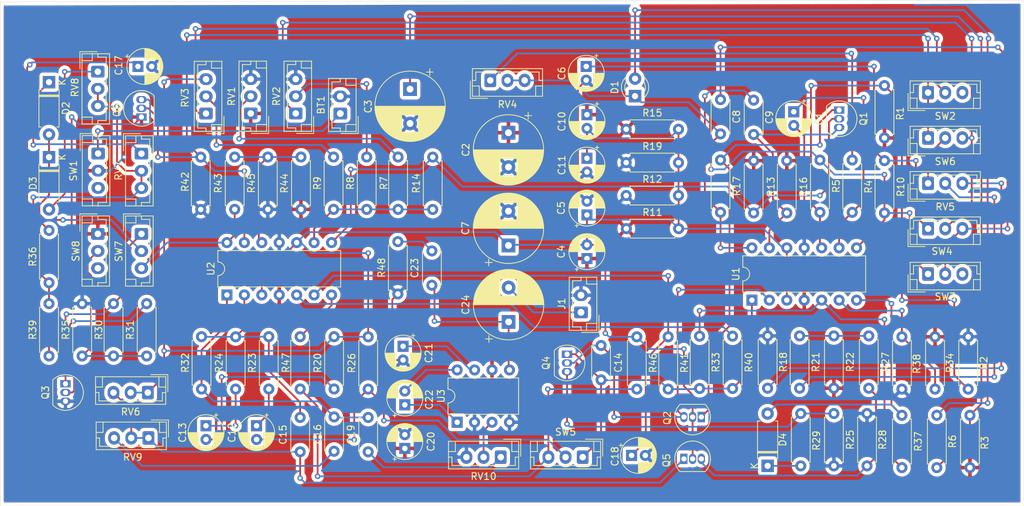
<source format=kicad_pcb>
(kicad_pcb (version 20171130) (host pcbnew "(5.1.10)-1")
  (layers (0 F.Cu signal) (31 B.Cu signal) (34 B.Paste user) (35 F.Paste user) (36 B.SilkS user) (37 F.SilkS user) (38 B.Mask user) (39 F.Mask user) (44 Edge.Cuts user))
  (net 0 "")
  (net 1 BN)
  (net 2 "Net-(BT1-Pad1)")
  (net 3 "Net-(C1-Pad1)")
  (net 4 BP)
  (net 5 "Net-(C3-Pad1)")
  (net 6 VG)
  (net 7 "Net-(C6-Pad1)")
  (net 8 "Net-(C8-Pad2)")
  (net 9 "Net-(C8-Pad1)")
  (net 10 "Net-(C9-Pad1)")
  (net 11 "Net-(C9-Pad2)")
  (net 12 "Net-(C12-Pad2)")
  (net 13 "Net-(C12-Pad1)")
  (net 14 "Net-(C13-Pad1)")
  (net 15 "Net-(C13-Pad2)")
  (net 16 "Net-(C14-Pad1)")
  (net 17 RMP)
  (net 18 "Net-(C15-Pad2)")
  (net 19 "Net-(C15-Pad1)")
  (net 20 A)
  (net 21 "Net-(C16-Pad2)")
  (net 22 "Net-(C17-Pad1)")
  (net 23 "Net-(C18-Pad1)")
  (net 24 "Net-(C19-Pad1)")
  (net 25 "Net-(C21-Pad1)")
  (net 26 "Net-(C22-Pad1)")
  (net 27 "Net-(C22-Pad2)")
  (net 28 "Net-(C23-Pad2)")
  (net 29 "Net-(C23-Pad1)")
  (net 30 "Net-(C24-Pad2)")
  (net 31 "Net-(D1-Pad2)")
  (net 32 "Net-(D2-Pad1)")
  (net 33 "Net-(D2-Pad2)")
  (net 34 "Net-(D3-Pad2)")
  (net 35 "Net-(D4-Pad1)")
  (net 36 "Net-(D4-Pad2)")
  (net 37 "Net-(Q1-Pad1)")
  (net 38 "Net-(Q1-Pad2)")
  (net 39 "Net-(Q3-Pad2)")
  (net 40 "Net-(Q3-Pad1)")
  (net 41 "Net-(Q4-Pad3)")
  (net 42 "Net-(Q5-Pad3)")
  (net 43 AREG)
  (net 44 "Net-(Q6-Pad3)")
  (net 45 "Net-(R1-Pad1)")
  (net 46 "Net-(R4-Pad1)")
  (net 47 "Net-(R7-Pad1)")
  (net 48 "Net-(R14-Pad2)")
  (net 49 "Net-(R8-Pad2)")
  (net 50 "Net-(R9-Pad2)")
  (net 51 "Net-(R18-Pad1)")
  (net 52 "Net-(R21-Pad2)")
  (net 53 "Net-(R21-Pad1)")
  (net 54 "Net-(R30-Pad2)")
  (net 55 "Net-(R33-Pad1)")
  (net 56 "Net-(R34-Pad1)")
  (net 57 "Net-(R36-Pad2)")
  (net 58 "Net-(R40-Pad1)")
  (net 59 "Net-(R43-Pad1)")
  (net 60 "Net-(R43-Pad2)")
  (net 61 SQR)
  (net 62 "Net-(R47-Pad1)")
  (net 63 LFO)
  (net 64 "Net-(RV3-Pad1)")
  (net 65 "Net-(RV5-Pad1)")
  (net 66 "Net-(RV10-Pad2)")
  (module Resistor_THT:R_Axial_DIN0207_L6.3mm_D2.5mm_P7.62mm_Horizontal (layer F.Cu) (at 37.338 76.708 90)
    (fp_text reference R35 (at 3.81 -2.37 90) (layer F.SilkS))
    (fp_text value 10k)
    (pad 1 thru_hole circle (at 0 0 90) (size 1.6 1.6) (drill 0.8) (layers *.Cu *.Mask) (net 54 "Net-(R30-Pad2)"))
    (pad 2 thru_hole oval (at 7.62 0 90) (size 1.6 1.6) (drill 0.8) (layers *.Cu *.Mask) (net 1 BN))
  )
  (module Connector_JST:JST_EH_B3B-EH-A_1x03_P2.50mm_Vertical (layer F.Cu) (at 39.6628 47.228 270)
    (fp_text reference SW1 (at 2.5 3.5948 90) (layer F.SilkS))
    (fp_text value SW_SPST)
    (pad 1 thru_hole roundrect (at 0 0 270) (size 1.7 1.95) (drill 0.95) (layers *.Cu *.Mask) (roundrect_rratio 0.147059) (net 2 "Net-(BT1-Pad1)"))
    (pad 2 thru_hole oval (at 2.5 0 270) (size 1.7 1.95) (drill 0.95) (layers *.Cu *.Mask) (net 4 BP))
    (pad 3 thru_hole oval (at 5 0 270) (size 1.7 1.95) (drill 0.95) (layers *.Cu *.Mask))
  )
  (module Package_DIP:DIP-14_W7.62mm (layer F.Cu) (at 58.42 67.818 90)
    (fp_text reference U2 (at 3.81 -2.33 90) (layer F.SilkS))
    (fp_text value LM324)
    (pad 1 thru_hole rect (at 0 0 90) (size 1.6 1.6) (drill 0.8) (layers *.Cu *.Mask) (net 20 A))
    (pad 8 thru_hole oval (at 7.62 15.24 90) (size 1.6 1.6) (drill 0.8) (layers *.Cu *.Mask) (net 38 "Net-(Q1-Pad2)"))
    (pad 2 thru_hole oval (at 0 2.54 90) (size 1.6 1.6) (drill 0.8) (layers *.Cu *.Mask) (net 18 "Net-(C15-Pad2)"))
    (pad 9 thru_hole oval (at 7.62 12.7 90) (size 1.6 1.6) (drill 0.8) (layers *.Cu *.Mask) (net 48 "Net-(R14-Pad2)"))
    (pad 3 thru_hole oval (at 0 5.08 90) (size 1.6 1.6) (drill 0.8) (layers *.Cu *.Mask) (net 6 VG))
    (pad 10 thru_hole oval (at 7.62 10.16 90) (size 1.6 1.6) (drill 0.8) (layers *.Cu *.Mask) (net 6 VG))
    (pad 4 thru_hole oval (at 0 7.62 90) (size 1.6 1.6) (drill 0.8) (layers *.Cu *.Mask) (net 4 BP))
    (pad 11 thru_hole oval (at 7.62 7.62 90) (size 1.6 1.6) (drill 0.8) (layers *.Cu *.Mask) (net 1 BN))
    (pad 5 thru_hole oval (at 0 10.16 90) (size 1.6 1.6) (drill 0.8) (layers *.Cu *.Mask) (net 58 "Net-(R40-Pad1)"))
    (pad 12 thru_hole oval (at 7.62 5.08 90) (size 1.6 1.6) (drill 0.8) (layers *.Cu *.Mask) (net 59 "Net-(R43-Pad1)"))
    (pad 6 thru_hole oval (at 0 12.7 90) (size 1.6 1.6) (drill 0.8) (layers *.Cu *.Mask) (net 23 "Net-(C18-Pad1)"))
    (pad 13 thru_hole oval (at 7.62 2.54 90) (size 1.6 1.6) (drill 0.8) (layers *.Cu *.Mask) (net 43 AREG))
    (pad 7 thru_hole oval (at 0 15.24 90) (size 1.6 1.6) (drill 0.8) (layers *.Cu *.Mask) (net 62 "Net-(R47-Pad1)"))
    (pad 14 thru_hole oval (at 7.62 0 90) (size 1.6 1.6) (drill 0.8) (layers *.Cu *.Mask) (net 60 "Net-(R43-Pad2)"))
  )
  (module Package_DIP:DIP-14_W7.62mm (layer F.Cu) (at 134.874 68.58 90)
    (fp_text reference U1 (at 3.81 -2.33 90) (layer F.SilkS))
    (fp_text value LM324)
    (pad 14 thru_hole oval (at 7.62 0 90) (size 1.6 1.6) (drill 0.8) (layers *.Cu *.Mask) (net 11 "Net-(C9-Pad2)"))
    (pad 7 thru_hole oval (at 0 15.24 90) (size 1.6 1.6) (drill 0.8) (layers *.Cu *.Mask) (net 36 "Net-(D4-Pad2)"))
    (pad 13 thru_hole oval (at 7.62 2.54 90) (size 1.6 1.6) (drill 0.8) (layers *.Cu *.Mask) (net 10 "Net-(C9-Pad1)"))
    (pad 6 thru_hole oval (at 0 12.7 90) (size 1.6 1.6) (drill 0.8) (layers *.Cu *.Mask) (net 56 "Net-(R34-Pad1)"))
    (pad 12 thru_hole oval (at 7.62 5.08 90) (size 1.6 1.6) (drill 0.8) (layers *.Cu *.Mask) (net 6 VG))
    (pad 5 thru_hole oval (at 0 10.16 90) (size 1.6 1.6) (drill 0.8) (layers *.Cu *.Mask) (net 55 "Net-(R33-Pad1)"))
    (pad 11 thru_hole oval (at 7.62 7.62 90) (size 1.6 1.6) (drill 0.8) (layers *.Cu *.Mask) (net 1 BN))
    (pad 4 thru_hole oval (at 0 7.62 90) (size 1.6 1.6) (drill 0.8) (layers *.Cu *.Mask) (net 4 BP))
    (pad 10 thru_hole oval (at 7.62 10.16 90) (size 1.6 1.6) (drill 0.8) (layers *.Cu *.Mask) (net 45 "Net-(R1-Pad1)"))
    (pad 3 thru_hole oval (at 0 5.08 90) (size 1.6 1.6) (drill 0.8) (layers *.Cu *.Mask) (net 6 VG))
    (pad 9 thru_hole oval (at 7.62 12.7 90) (size 1.6 1.6) (drill 0.8) (layers *.Cu *.Mask) (net 3 "Net-(C1-Pad1)"))
    (pad 2 thru_hole oval (at 0 2.54 90) (size 1.6 1.6) (drill 0.8) (layers *.Cu *.Mask) (net 16 "Net-(C14-Pad1)"))
    (pad 8 thru_hole oval (at 7.62 15.24 90) (size 1.6 1.6) (drill 0.8) (layers *.Cu *.Mask) (net 8 "Net-(C8-Pad2)"))
    (pad 1 thru_hole rect (at 0 0 90) (size 1.6 1.6) (drill 0.8) (layers *.Cu *.Mask) (net 17 RMP))
  )
  (module Connector_JST:JST_EH_B2B-EH-A_1x02_P2.50mm_Vertical (layer F.Cu) (at 74.93 41.402 90)
    (fp_text reference BT1 (at 1.25 -2.8 90) (layer F.SilkS))
    (fp_text value 9V)
    (pad 2 thru_hole oval (at 2.5 0 90) (size 1.7 2) (drill 1) (layers *.Cu *.Mask) (net 1 BN))
    (pad 1 thru_hole roundrect (at 0 0 90) (size 1.7 2) (drill 1) (layers *.Cu *.Mask) (roundrect_rratio 0.147059) (net 2 "Net-(BT1-Pad1)"))
  )
  (module Capacitor_THT:CP_Radial_D5.0mm_P2.00mm (layer F.Cu) (at 140.97 41.148 270)
    (fp_text reference C1 (at 1 -3.75 90) (layer F.SilkS))
    (fp_text value 1uF)
    (pad 2 thru_hole circle (at 2 0 270) (size 1.6 1.6) (drill 0.8) (layers *.Cu *.Mask) (net 1 BN))
    (pad 1 thru_hole rect (at 0 0 270) (size 1.6 1.6) (drill 0.8) (layers *.Cu *.Mask) (net 3 "Net-(C1-Pad1)"))
  )
  (module Capacitor_THT:CP_Radial_D10.0mm_P5.00mm (layer F.Cu) (at 99.4196 44.196 270)
    (fp_text reference C2 (at 2.5 6.2016 90) (layer F.SilkS))
    (fp_text value 470uF)
    (pad 2 thru_hole circle (at 5 0 270) (size 2 2) (drill 1) (layers *.Cu *.Mask) (net 1 BN))
    (pad 1 thru_hole rect (at 0 0 270) (size 2 2) (drill 1) (layers *.Cu *.Mask) (net 4 BP))
  )
  (module Capacitor_THT:CP_Radial_D10.0mm_P5.00mm (layer F.Cu) (at 85.09 37.846 270)
    (fp_text reference C3 (at 2.54 6.096 90) (layer F.SilkS))
    (fp_text value 470uF)
    (pad 1 thru_hole rect (at 0 0 270) (size 2 2) (drill 1) (layers *.Cu *.Mask) (net 5 "Net-(C3-Pad1)"))
    (pad 2 thru_hole circle (at 5 0 270) (size 2 2) (drill 1) (layers *.Cu *.Mask) (net 1 BN))
  )
  (module Capacitor_THT:CP_Radial_D5.0mm_P2.00mm (layer F.Cu) (at 110.8496 62.5198 90)
    (fp_text reference C4 (at 1 -3.75 90) (layer F.SilkS))
    (fp_text value 10uF)
    (pad 1 thru_hole rect (at 0 0 90) (size 1.6 1.6) (drill 0.8) (layers *.Cu *.Mask) (net 4 BP))
    (pad 2 thru_hole circle (at 2 0 90) (size 1.6 1.6) (drill 0.8) (layers *.Cu *.Mask) (net 6 VG))
  )
  (module Capacitor_THT:CP_Radial_D5.0mm_P2.00mm (layer F.Cu) (at 110.8496 56.1698 90)
    (fp_text reference C5 (at 1 -3.75 90) (layer F.SilkS))
    (fp_text value 10uF)
    (pad 1 thru_hole rect (at 0 0 90) (size 1.6 1.6) (drill 0.8) (layers *.Cu *.Mask) (net 6 VG))
    (pad 2 thru_hole circle (at 2 0 90) (size 1.6 1.6) (drill 0.8) (layers *.Cu *.Mask) (net 1 BN))
  )
  (module Capacitor_THT:CP_Radial_D5.0mm_P2.00mm (layer F.Cu) (at 110.744 34.544 270)
    (fp_text reference C6 (at 1.016 3.556 90) (layer F.SilkS))
    (fp_text value 1uF)
    (pad 1 thru_hole rect (at 0 0 270) (size 1.6 1.6) (drill 0.8) (layers *.Cu *.Mask) (net 7 "Net-(C6-Pad1)"))
    (pad 2 thru_hole circle (at 2 0 270) (size 1.6 1.6) (drill 0.8) (layers *.Cu *.Mask) (net 1 BN))
  )
  (module Capacitor_THT:CP_Radial_D10.0mm_P5.00mm (layer F.Cu) (at 99.4196 60.6148 90)
    (fp_text reference C7 (at 2.5 -6.25 90) (layer F.SilkS))
    (fp_text value 470uF)
    (pad 1 thru_hole rect (at 0 0 90) (size 2 2) (drill 1) (layers *.Cu *.Mask) (net 6 VG))
    (pad 2 thru_hole circle (at 5 0 90) (size 2 2) (drill 1) (layers *.Cu *.Mask) (net 1 BN))
  )
  (module Capacitor_THT:C_Disc_D4.7mm_W2.5mm_P5.00mm (layer F.Cu) (at 130.302 39.37 270)
    (fp_text reference C8 (at 2.5 -2.3268 90) (layer F.SilkS))
    (fp_text value 1nF)
    (pad 2 thru_hole circle (at 5 0 270) (size 1.6 1.6) (drill 0.8) (layers *.Cu *.Mask) (net 8 "Net-(C8-Pad2)"))
    (pad 1 thru_hole circle (at 0 0 270) (size 1.6 1.6) (drill 0.8) (layers *.Cu *.Mask) (net 9 "Net-(C8-Pad1)"))
  )
  (module Capacitor_THT:C_Disc_D4.7mm_W2.5mm_P5.00mm (layer F.Cu) (at 135.128 44.45 90)
    (fp_text reference C9 (at 2.5 2.286 90) (layer F.SilkS))
    (fp_text value 100pF)
    (pad 2 thru_hole circle (at 5 0 90) (size 1.6 1.6) (drill 0.8) (layers *.Cu *.Mask) (net 11 "Net-(C9-Pad2)"))
    (pad 1 thru_hole circle (at 0 0 90) (size 1.6 1.6) (drill 0.8) (layers *.Cu *.Mask) (net 10 "Net-(C9-Pad1)"))
  )
  (module Capacitor_THT:CP_Radial_D5.0mm_P2.00mm (layer F.Cu) (at 110.8496 41.5648 270)
    (fp_text reference C10 (at 1 3.6616 90) (layer F.SilkS))
    (fp_text value 10uF)
    (pad 1 thru_hole rect (at 0 0 270) (size 1.6 1.6) (drill 0.8) (layers *.Cu *.Mask) (net 4 BP))
    (pad 2 thru_hole circle (at 2 0 270) (size 1.6 1.6) (drill 0.8) (layers *.Cu *.Mask) (net 6 VG))
  )
  (module Capacitor_THT:CP_Radial_D5.0mm_P2.00mm (layer F.Cu) (at 110.8496 47.9148 270)
    (fp_text reference C11 (at 1 3.6616 90) (layer F.SilkS))
    (fp_text value 10uF)
    (pad 2 thru_hole circle (at 2 0 270) (size 1.6 1.6) (drill 0.8) (layers *.Cu *.Mask) (net 1 BN))
    (pad 1 thru_hole rect (at 0 0 270) (size 1.6 1.6) (drill 0.8) (layers *.Cu *.Mask) (net 6 VG))
  )
  (module Capacitor_THT:CP_Radial_D5.0mm_P2.00mm (layer F.Cu) (at 62.738 86.868 270)
    (fp_text reference C12 (at 1 3.5948 90) (layer F.SilkS))
    (fp_text value 0.1uF)
    (pad 2 thru_hole circle (at 2 0 270) (size 1.6 1.6) (drill 0.8) (layers *.Cu *.Mask) (net 12 "Net-(C12-Pad2)"))
    (pad 1 thru_hole rect (at 0 0 270) (size 1.6 1.6) (drill 0.8) (layers *.Cu *.Mask) (net 13 "Net-(C12-Pad1)"))
  )
  (module Capacitor_THT:CP_Radial_D5.0mm_P2.00mm (layer F.Cu) (at 55.372 86.868 270)
    (fp_text reference C13 (at 1 3.417 90) (layer F.SilkS))
    (fp_text value 0.1uF)
    (pad 1 thru_hole rect (at 0 0 270) (size 1.6 1.6) (drill 0.8) (layers *.Cu *.Mask) (net 14 "Net-(C13-Pad1)"))
    (pad 2 thru_hole circle (at 2 0 270) (size 1.6 1.6) (drill 0.8) (layers *.Cu *.Mask) (net 15 "Net-(C13-Pad2)"))
  )
  (module Capacitor_THT:C_Disc_D4.7mm_W2.5mm_P5.00mm (layer F.Cu) (at 112.907 75.184 270)
    (fp_text reference C14 (at 2.5 -2.5 90) (layer F.SilkS))
    (fp_text value .001uF)
    (pad 2 thru_hole circle (at 5 0 270) (size 1.6 1.6) (drill 0.8) (layers *.Cu *.Mask) (net 17 RMP))
    (pad 1 thru_hole circle (at 0 0 270) (size 1.6 1.6) (drill 0.8) (layers *.Cu *.Mask) (net 16 "Net-(C14-Pad1)"))
  )
  (module Capacitor_THT:C_Disc_D4.7mm_W2.5mm_P5.00mm (layer F.Cu) (at 69.088 90.662 90)
    (fp_text reference C15 (at 2.5 -2.5 90) (layer F.SilkS))
    (fp_text value .001uF)
    (pad 2 thru_hole circle (at 5 0 90) (size 1.6 1.6) (drill 0.8) (layers *.Cu *.Mask) (net 18 "Net-(C15-Pad2)"))
    (pad 1 thru_hole circle (at 0 0 90) (size 1.6 1.6) (drill 0.8) (layers *.Cu *.Mask) (net 19 "Net-(C15-Pad1)"))
  )
  (module Capacitor_THT:C_Disc_D4.7mm_W2.5mm_P5.00mm (layer F.Cu) (at 74.029 85.582 270)
    (fp_text reference C16 (at 2.5 2.401 90) (layer F.SilkS))
    (fp_text value .001uF)
    (pad 1 thru_hole circle (at 0 0 270) (size 1.6 1.6) (drill 0.8) (layers *.Cu *.Mask) (net 20 A))
    (pad 2 thru_hole circle (at 5 0 270) (size 1.6 1.6) (drill 0.8) (layers *.Cu *.Mask) (net 21 "Net-(C16-Pad2)"))
  )
  (module Capacitor_THT:CP_Radial_D5.0mm_P2.00mm (layer F.Cu) (at 45.466 34.544)
    (fp_text reference C17 (at -2.806 -0.143 270) (layer F.SilkS))
    (fp_text value 4.7uF)
    (pad 2 thru_hole circle (at 2 0) (size 1.6 1.6) (drill 0.8) (layers *.Cu *.Mask) (net 1 BN))
    (pad 1 thru_hole rect (at 0 0) (size 1.6 1.6) (drill 0.8) (layers *.Cu *.Mask) (net 22 "Net-(C17-Pad1)"))
  )
  (module Capacitor_THT:CP_Radial_D5.0mm_P2.00mm (layer F.Cu) (at 117.348 91.186)
    (fp_text reference C18 (at -2.417 0.142 270) (layer F.SilkS))
    (fp_text value 0.1uF)
    (pad 2 thru_hole circle (at 2 0) (size 1.6 1.6) (drill 0.8) (layers *.Cu *.Mask) (net 1 BN))
    (pad 1 thru_hole rect (at 0 0) (size 1.6 1.6) (drill 0.8) (layers *.Cu *.Mask) (net 23 "Net-(C18-Pad1)"))
  )
  (module Capacitor_THT:C_Disc_D4.7mm_W2.5mm_P5.00mm (layer F.Cu) (at 78.994 90.662 90)
    (fp_text reference C19 (at 2.5 -2.5 90) (layer F.SilkS))
    (fp_text value 1uF)
    (pad 1 thru_hole circle (at 0 0 90) (size 1.6 1.6) (drill 0.8) (layers *.Cu *.Mask) (net 24 "Net-(C19-Pad1)"))
    (pad 2 thru_hole circle (at 5 0 90) (size 1.6 1.6) (drill 0.8) (layers *.Cu *.Mask) (net 20 A))
  )
  (module Capacitor_THT:CP_Radial_D5.0mm_P2.00mm (layer F.Cu) (at 84.328 90.17 90)
    (fp_text reference C20 (at 1 3.806 90) (layer F.SilkS))
    (fp_text value 0.1uF)
    (pad 2 thru_hole circle (at 2 0 90) (size 1.6 1.6) (drill 0.8) (layers *.Cu *.Mask) (net 1 BN))
    (pad 1 thru_hole rect (at 0 0 90) (size 1.6 1.6) (drill 0.8) (layers *.Cu *.Mask) (net 4 BP))
  )
  (module Capacitor_THT:CP_Radial_D5.0mm_P2.00mm (layer F.Cu) (at 84.074 75.296 270)
    (fp_text reference C21 (at 1 -3.75 90) (layer F.SilkS))
    (fp_text value 10uF)
    (pad 2 thru_hole circle (at 2 0 270) (size 1.6 1.6) (drill 0.8) (layers *.Cu *.Mask) (net 1 BN))
    (pad 1 thru_hole rect (at 0 0 270) (size 1.6 1.6) (drill 0.8) (layers *.Cu *.Mask) (net 25 "Net-(C21-Pad1)"))
  )
  (module Capacitor_THT:CP_Radial_D5.0mm_P2.00mm (layer F.Cu) (at 84.328 83.82 90)
    (fp_text reference C22 (at 0.762 3.556 90) (layer F.SilkS))
    (fp_text value 10uF)
    (pad 1 thru_hole rect (at 0 0 90) (size 1.6 1.6) (drill 0.8) (layers *.Cu *.Mask) (net 26 "Net-(C22-Pad1)"))
    (pad 2 thru_hole circle (at 2 0 90) (size 1.6 1.6) (drill 0.8) (layers *.Cu *.Mask) (net 27 "Net-(C22-Pad2)"))
  )
  (module Capacitor_THT:C_Disc_D4.7mm_W2.5mm_P5.00mm (layer F.Cu) (at 88.269 66.406 90)
    (fp_text reference C23 (at 2.5 -2.5 90) (layer F.SilkS))
    (fp_text value .047uF)
    (pad 2 thru_hole circle (at 5 0 90) (size 1.6 1.6) (drill 0.8) (layers *.Cu *.Mask) (net 28 "Net-(C23-Pad2)"))
    (pad 1 thru_hole circle (at 0 0 90) (size 1.6 1.6) (drill 0.8) (layers *.Cu *.Mask) (net 29 "Net-(C23-Pad1)"))
  )
  (module Capacitor_THT:CP_Radial_D10.0mm_P5.00mm (layer F.Cu) (at 99.445 71.74 90)
    (fp_text reference C24 (at 2.5 -6.25 90) (layer F.SilkS))
    (fp_text value 220uF)
    (pad 2 thru_hole circle (at 5 0 90) (size 2 2) (drill 1) (layers *.Cu *.Mask) (net 30 "Net-(C24-Pad2)"))
    (pad 1 thru_hole rect (at 0 0 90) (size 2 2) (drill 1) (layers *.Cu *.Mask) (net 29 "Net-(C23-Pad1)"))
  )
  (module LED_THT:LED_D3.0mm (layer F.Cu) (at 117.856 38.862 90)
    (fp_text reference D1 (at 1.27 -2.96 90) (layer F.SilkS))
    (fp_text value LED)
    (pad 1 thru_hole rect (at 0 0 90) (size 1.8 1.8) (drill 0.9) (layers *.Cu *.Mask) (net 8 "Net-(C8-Pad2)"))
    (pad 2 thru_hole circle (at 2.54 0 90) (size 1.8 1.8) (drill 0.9) (layers *.Cu *.Mask) (net 31 "Net-(D1-Pad2)"))
  )
  (module Diode_THT:D_A-405_P7.62mm_Horizontal (layer F.Cu) (at 32.512 36.83 270)
    (fp_text reference D2 (at 3.81 -2.47 90) (layer F.SilkS))
    (fp_text value D)
    (fp_text user K (at 0 -1.9 90) (layer F.SilkS))
    (pad 1 thru_hole rect (at 0 0 270) (size 1.8 1.8) (drill 0.9) (layers *.Cu *.Mask) (net 32 "Net-(D2-Pad1)"))
    (pad 2 thru_hole oval (at 7.62 0 270) (size 1.8 1.8) (drill 0.9) (layers *.Cu *.Mask) (net 33 "Net-(D2-Pad2)"))
  )
  (module Diode_THT:D_A-405_P7.62mm_Horizontal (layer F.Cu) (at 32.512 47.752 270)
    (fp_text reference D3 (at 3.81 2.3248 90) (layer F.SilkS))
    (fp_text value D)
    (fp_text user K (at 0 -1.9 90) (layer F.SilkS))
    (pad 2 thru_hole oval (at 7.62 0 270) (size 1.8 1.8) (drill 0.9) (layers *.Cu *.Mask) (net 34 "Net-(D3-Pad2)"))
    (pad 1 thru_hole rect (at 0 0 270) (size 1.8 1.8) (drill 0.9) (layers *.Cu *.Mask) (net 33 "Net-(D2-Pad2)"))
  )
  (module Diode_THT:D_A-405_P7.62mm_Horizontal (layer F.Cu) (at 137.16 92.71 90)
    (fp_text reference D4 (at 3.81 2.1994 90) (layer F.SilkS))
    (fp_text value D)
    (fp_text user K (at 0 -1.9 90) (layer F.SilkS))
    (pad 2 thru_hole oval (at 7.62 0 90) (size 1.8 1.8) (drill 0.9) (layers *.Cu *.Mask) (net 36 "Net-(D4-Pad2)"))
    (pad 1 thru_hole rect (at 0 0 90) (size 1.8 1.8) (drill 0.9) (layers *.Cu *.Mask) (net 35 "Net-(D4-Pad1)"))
  )
  (module Connector_JST:JST_EH_B2B-EH-A_1x02_P2.50mm_Vertical (layer F.Cu) (at 109.982 70.358 90)
    (fp_text reference J1 (at 1.25 -2.8 90) (layer F.SilkS))
    (fp_text value SPKR)
    (pad 1 thru_hole roundrect (at 0 0 90) (size 1.7 2) (drill 1) (layers *.Cu *.Mask) (roundrect_rratio 0.147059) (net 30 "Net-(C24-Pad2)"))
    (pad 2 thru_hole oval (at 2.5 0 90) (size 1.7 2) (drill 1) (layers *.Cu *.Mask) (net 1 BN))
  )
  (module Package_TO_SOT_THT:TO-92_Inline (layer F.Cu) (at 147.574 40.894 270)
    (fp_text reference Q1 (at 1.27 -3.556 90) (layer F.SilkS))
    (fp_text value 2N3904)
    (pad 2 thru_hole oval (at 1.27 0 270) (size 1.05 1.5) (drill 0.75) (layers *.Cu *.Mask) (net 38 "Net-(Q1-Pad2)"))
    (pad 3 thru_hole oval (at 2.54 0 270) (size 1.05 1.5) (drill 0.75) (layers *.Cu *.Mask) (net 10 "Net-(C9-Pad1)"))
    (pad 1 thru_hole rect (at 0 0 270) (size 1.05 1.5) (drill 0.75) (layers *.Cu *.Mask) (net 37 "Net-(Q1-Pad1)"))
  )
  (module Package_TO_SOT_THT:TO-92_Inline (layer F.Cu) (at 127.508 85.598 180)
    (fp_text reference Q2 (at 4.957 -0.142 270) (layer F.SilkS))
    (fp_text value 2N3904)
    (pad 1 thru_hole rect (at 0 0 180) (size 1.05 1.5) (drill 0.75) (layers *.Cu *.Mask) (net 37 "Net-(Q1-Pad1)"))
    (pad 3 thru_hole oval (at 2.54 0 180) (size 1.05 1.5) (drill 0.75) (layers *.Cu *.Mask) (net 16 "Net-(C14-Pad1)"))
    (pad 2 thru_hole oval (at 1.27 0 180) (size 1.05 1.5) (drill 0.75) (layers *.Cu *.Mask) (net 6 VG))
  )
  (module Package_TO_SOT_THT:TO-92_Inline (layer F.Cu) (at 34.913 80.756 270)
    (fp_text reference Q3 (at 1.27 2.909 90) (layer F.SilkS))
    (fp_text value 2N3906)
    (pad 2 thru_hole oval (at 1.27 0 270) (size 1.05 1.5) (drill 0.75) (layers *.Cu *.Mask) (net 39 "Net-(Q3-Pad2)"))
    (pad 3 thru_hole oval (at 2.54 0 270) (size 1.05 1.5) (drill 0.75) (layers *.Cu *.Mask) (net 1 BN))
    (pad 1 thru_hole rect (at 0 0 270) (size 1.05 1.5) (drill 0.75) (layers *.Cu *.Mask) (net 40 "Net-(Q3-Pad1)"))
  )
  (module Package_TO_SOT_THT:TO-92_Inline (layer F.Cu) (at 107.95 76.454 270)
    (fp_text reference Q4 (at 1.27 3.048 90) (layer F.SilkS))
    (fp_text value 2N5457)
    (pad 2 thru_hole oval (at 1.27 0 270) (size 1.05 1.5) (drill 0.75) (layers *.Cu *.Mask) (net 16 "Net-(C14-Pad1)"))
    (pad 3 thru_hole oval (at 2.54 0 270) (size 1.05 1.5) (drill 0.75) (layers *.Cu *.Mask) (net 41 "Net-(Q4-Pad3)"))
    (pad 1 thru_hole rect (at 0 0 270) (size 1.05 1.5) (drill 0.75) (layers *.Cu *.Mask) (net 17 RMP))
  )
  (module Package_TO_SOT_THT:TO-92_Inline (layer F.Cu) (at 124.968 91.694)
    (fp_text reference Q5 (at -2.5186 0.2182 270) (layer F.SilkS))
    (fp_text value 2N5457)
    (pad 1 thru_hole rect (at 0 0) (size 1.05 1.5) (drill 0.75) (layers *.Cu *.Mask) (net 19 "Net-(C15-Pad1)"))
    (pad 3 thru_hole oval (at 2.54 0) (size 1.05 1.5) (drill 0.75) (layers *.Cu *.Mask) (net 42 "Net-(Q5-Pad3)"))
    (pad 2 thru_hole oval (at 1.27 0) (size 1.05 1.5) (drill 0.75) (layers *.Cu *.Mask) (net 6 VG))
  )
  (module Package_TO_SOT_THT:TO-92_Inline (layer F.Cu) (at 45.974 41.91 90)
    (fp_text reference Q6 (at 1.016 -3.556 90) (layer F.SilkS))
    (fp_text value 2N5457)
    (pad 2 thru_hole oval (at 1.27 0 90) (size 1.05 1.5) (drill 0.75) (layers *.Cu *.Mask) (net 43 AREG))
    (pad 3 thru_hole oval (at 2.54 0 90) (size 1.05 1.5) (drill 0.75) (layers *.Cu *.Mask) (net 44 "Net-(Q6-Pad3)"))
    (pad 1 thru_hole rect (at 0 0 90) (size 1.05 1.5) (drill 0.75) (layers *.Cu *.Mask) (net 4 BP))
  )
  (module Resistor_THT:R_Axial_DIN0207_L6.3mm_D2.5mm_P7.62mm_Horizontal (layer F.Cu) (at 154.178 37.338 270)
    (fp_text reference R1 (at 4.064 -2.286 90) (layer F.SilkS))
    (fp_text value 100k)
    (pad 2 thru_hole oval (at 7.62 0 270) (size 1.6 1.6) (drill 0.8) (layers *.Cu *.Mask) (net 4 BP))
    (pad 1 thru_hole circle (at 0 0 270) (size 1.6 1.6) (drill 0.8) (layers *.Cu *.Mask) (net 45 "Net-(R1-Pad1)"))
  )
  (module Resistor_THT:R_Axial_DIN0207_L6.3mm_D2.5mm_P7.62mm_Horizontal (layer F.Cu) (at 166.37 81.534 90)
    (fp_text reference R2 (at 3.81 2.286 90) (layer F.SilkS))
    (fp_text value 100k)
    (pad 1 thru_hole circle (at 0 0 90) (size 1.6 1.6) (drill 0.8) (layers *.Cu *.Mask) (net 45 "Net-(R1-Pad1)"))
    (pad 2 thru_hole oval (at 7.62 0 90) (size 1.6 1.6) (drill 0.8) (layers *.Cu *.Mask) (net 1 BN))
  )
  (module Resistor_THT:R_Axial_DIN0207_L6.3mm_D2.5mm_P7.62mm_Horizontal (layer F.Cu) (at 166.624 85.344 270)
    (fp_text reference R3 (at 4.0172 -2.174 90) (layer F.SilkS))
    (fp_text value 3k)
    (pad 1 thru_hole circle (at 0 0 270) (size 1.6 1.6) (drill 0.8) (layers *.Cu *.Mask) (net 5 "Net-(C3-Pad1)"))
    (pad 2 thru_hole oval (at 7.62 0 270) (size 1.6 1.6) (drill 0.8) (layers *.Cu *.Mask) (net 4 BP))
  )
  (module Resistor_THT:R_Axial_DIN0207_L6.3mm_D2.5mm_P7.62mm_Horizontal (layer F.Cu) (at 149.483 48.1688 270)
    (fp_text reference R4 (at 3.8852 -2.37 90) (layer F.SilkS))
    (fp_text value 3k)
    (pad 2 thru_hole oval (at 7.62 0 270) (size 1.6 1.6) (drill 0.8) (layers *.Cu *.Mask) (net 3 "Net-(C1-Pad1)"))
    (pad 1 thru_hole circle (at 0 0 270) (size 1.6 1.6) (drill 0.8) (layers *.Cu *.Mask) (net 46 "Net-(R4-Pad1)"))
  )
  (module Resistor_THT:R_Axial_DIN0207_L6.3mm_D2.5mm_P7.62mm_Horizontal (layer F.Cu) (at 144.78 48.1688 270)
    (fp_text reference R5 (at 3.81 -2.37 90) (layer F.SilkS))
    (fp_text value 100k)
    (pad 2 thru_hole oval (at 7.62 0 270) (size 1.6 1.6) (drill 0.8) (layers *.Cu *.Mask) (net 45 "Net-(R1-Pad1)"))
    (pad 1 thru_hole circle (at 0 0 270) (size 1.6 1.6) (drill 0.8) (layers *.Cu *.Mask) (net 8 "Net-(C8-Pad2)"))
  )
  (module Resistor_THT:R_Axial_DIN0207_L6.3mm_D2.5mm_P7.62mm_Horizontal (layer F.Cu) (at 161.798 85.344 270)
    (fp_text reference R6 (at 3.81 -2.286 90) (layer F.SilkS))
    (fp_text value 3k)
    (pad 1 thru_hole circle (at 0 0 270) (size 1.6 1.6) (drill 0.8) (layers *.Cu *.Mask) (net 31 "Net-(D1-Pad2)"))
    (pad 2 thru_hole oval (at 7.62 0 270) (size 1.6 1.6) (drill 0.8) (layers *.Cu *.Mask) (net 5 "Net-(C3-Pad1)"))
  )
  (module Resistor_THT:R_Axial_DIN0207_L6.3mm_D2.5mm_P7.62mm_Horizontal (layer F.Cu) (at 83.3508 47.736 270)
    (fp_text reference R7 (at 3.81 2.0708 90) (layer F.SilkS))
    (fp_text value 47k)
    (pad 2 thru_hole oval (at 7.62 0 270) (size 1.6 1.6) (drill 0.8) (layers *.Cu *.Mask) (net 48 "Net-(R14-Pad2)"))
    (pad 1 thru_hole circle (at 0 0 270) (size 1.6 1.6) (drill 0.8) (layers *.Cu *.Mask) (net 47 "Net-(R7-Pad1)"))
  )
  (module Resistor_THT:R_Axial_DIN0207_L6.3mm_D2.5mm_P7.62mm_Horizontal (layer F.Cu) (at 78.7788 55.356 90)
    (fp_text reference R8 (at 3.81 -2.37 90) (layer F.SilkS))
    (fp_text value 100k)
    (pad 1 thru_hole circle (at 0 0 90) (size 1.6 1.6) (drill 0.8) (layers *.Cu *.Mask) (net 48 "Net-(R14-Pad2)"))
    (pad 2 thru_hole oval (at 7.62 0 90) (size 1.6 1.6) (drill 0.8) (layers *.Cu *.Mask) (net 49 "Net-(R8-Pad2)"))
  )
  (module Resistor_THT:R_Axial_DIN0207_L6.3mm_D2.5mm_P7.62mm_Horizontal (layer F.Cu) (at 73.9528 55.356 90)
    (fp_text reference R9 (at 3.81 -2.37 90) (layer F.SilkS))
    (fp_text value 36k)
    (pad 2 thru_hole oval (at 7.62 0 90) (size 1.6 1.6) (drill 0.8) (layers *.Cu *.Mask) (net 50 "Net-(R9-Pad2)"))
    (pad 1 thru_hole circle (at 0 0 90) (size 1.6 1.6) (drill 0.8) (layers *.Cu *.Mask) (net 48 "Net-(R14-Pad2)"))
  )
  (module Resistor_THT:R_Axial_DIN0207_L6.3mm_D2.5mm_P7.62mm_Horizontal (layer F.Cu) (at 154.178 48.26 270)
    (fp_text reference R10 (at 3.81 -2.37 90) (layer F.SilkS))
    (fp_text value 20k)
    (pad 2 thru_hole oval (at 7.62 0 270) (size 1.6 1.6) (drill 0.8) (layers *.Cu *.Mask) (net 8 "Net-(C8-Pad2)"))
    (pad 1 thru_hole circle (at 0 0 270) (size 1.6 1.6) (drill 0.8) (layers *.Cu *.Mask) (net 7 "Net-(C6-Pad1)"))
  )
  (module Resistor_THT:R_Axial_DIN0207_L6.3mm_D2.5mm_P7.62mm_Horizontal (layer F.Cu) (at 116.586 58.166)
    (fp_text reference R11 (at 3.81 -2.37) (layer F.SilkS))
    (fp_text value 4.7k)
    (pad 1 thru_hole circle (at 0 0) (size 1.6 1.6) (drill 0.8) (layers *.Cu *.Mask) (net 4 BP))
    (pad 2 thru_hole oval (at 7.62 0) (size 1.6 1.6) (drill 0.8) (layers *.Cu *.Mask) (net 6 VG))
  )
  (module Resistor_THT:R_Axial_DIN0207_L6.3mm_D2.5mm_P7.62mm_Horizontal (layer F.Cu) (at 116.5646 53.34)
    (fp_text reference R12 (at 3.81 -2.37) (layer F.SilkS))
    (fp_text value 4.7k)
    (pad 1 thru_hole circle (at 0 0) (size 1.6 1.6) (drill 0.8) (layers *.Cu *.Mask) (net 1 BN))
    (pad 2 thru_hole oval (at 7.62 0) (size 1.6 1.6) (drill 0.8) (layers *.Cu *.Mask) (net 6 VG))
  )
  (module Resistor_THT:R_Axial_DIN0207_L6.3mm_D2.5mm_P7.62mm_Horizontal (layer F.Cu) (at 135.128 55.88 90)
    (fp_text reference R13 (at 3.81 2.527 90) (layer F.SilkS))
    (fp_text value 270k)
    (pad 1 thru_hole circle (at 0 0 90) (size 1.6 1.6) (drill 0.8) (layers *.Cu *.Mask) (net 38 "Net-(Q1-Pad2)"))
    (pad 2 thru_hole oval (at 7.62 0 90) (size 1.6 1.6) (drill 0.8) (layers *.Cu *.Mask) (net 4 BP))
  )
  (module Resistor_THT:R_Axial_DIN0207_L6.3mm_D2.5mm_P7.62mm_Horizontal (layer F.Cu) (at 88.392 47.752 270)
    (fp_text reference R14 (at 3.81 2.401 90) (layer F.SilkS))
    (fp_text value 2k)
    (pad 2 thru_hole oval (at 7.62 0 270) (size 1.6 1.6) (drill 0.8) (layers *.Cu *.Mask) (net 48 "Net-(R14-Pad2)"))
    (pad 1 thru_hole circle (at 0 0 270) (size 1.6 1.6) (drill 0.8) (layers *.Cu *.Mask) (net 38 "Net-(Q1-Pad2)"))
  )
  (module Resistor_THT:R_Axial_DIN0207_L6.3mm_D2.5mm_P7.62mm_Horizontal (layer F.Cu) (at 116.5646 43.688)
    (fp_text reference R15 (at 3.81 -2.37) (layer F.SilkS))
    (fp_text value 4.7k)
    (pad 1 thru_hole circle (at 0 0) (size 1.6 1.6) (drill 0.8) (layers *.Cu *.Mask) (net 4 BP))
    (pad 2 thru_hole oval (at 7.62 0) (size 1.6 1.6) (drill 0.8) (layers *.Cu *.Mask) (net 6 VG))
  )
  (module Resistor_THT:R_Axial_DIN0207_L6.3mm_D2.5mm_P7.62mm_Horizontal (layer F.Cu) (at 139.954 55.88 90)
    (fp_text reference R16 (at 3.81 2.431 90) (layer F.SilkS))
    (fp_text value 2M)
    (pad 2 thru_hole oval (at 7.62 0 90) (size 1.6 1.6) (drill 0.8) (layers *.Cu *.Mask) (net 4 BP))
    (pad 1 thru_hole circle (at 0 0 90) (size 1.6 1.6) (drill 0.8) (layers *.Cu *.Mask) (net 10 "Net-(C9-Pad1)"))
  )
  (module Resistor_THT:R_Axial_DIN0207_L6.3mm_D2.5mm_P7.62mm_Horizontal (layer F.Cu) (at 130.302 48.1688 270)
    (fp_text reference R17 (at 3.81 -2.37 90) (layer F.SilkS))
    (fp_text value 10k)
    (pad 1 thru_hole circle (at 0 0 270) (size 1.6 1.6) (drill 0.8) (layers *.Cu *.Mask) (net 37 "Net-(Q1-Pad1)"))
    (pad 2 thru_hole oval (at 7.62 0 270) (size 1.6 1.6) (drill 0.8) (layers *.Cu *.Mask) (net 11 "Net-(C9-Pad2)"))
  )
  (module Resistor_THT:R_Axial_DIN0207_L6.3mm_D2.5mm_P7.62mm_Horizontal (layer F.Cu) (at 137.16 81.403 90)
    (fp_text reference R18 (at 3.81 2.286 90) (layer F.SilkS))
    (fp_text value 27k)
    (pad 2 thru_hole oval (at 7.62 0 90) (size 1.6 1.6) (drill 0.8) (layers *.Cu *.Mask) (net 1 BN))
    (pad 1 thru_hole circle (at 0 0 90) (size 1.6 1.6) (drill 0.8) (layers *.Cu *.Mask) (net 51 "Net-(R18-Pad1)"))
  )
  (module Resistor_THT:R_Axial_DIN0207_L6.3mm_D2.5mm_P7.62mm_Horizontal (layer F.Cu) (at 116.5646 48.5498)
    (fp_text reference R19 (at 3.81 -2.37) (layer F.SilkS))
    (fp_text value 4.7k)
    (pad 2 thru_hole oval (at 7.62 0) (size 1.6 1.6) (drill 0.8) (layers *.Cu *.Mask) (net 6 VG))
    (pad 1 thru_hole circle (at 0 0) (size 1.6 1.6) (drill 0.8) (layers *.Cu *.Mask) (net 1 BN))
  )
  (module Resistor_THT:R_Axial_DIN0207_L6.3mm_D2.5mm_P7.62mm_Horizontal (layer F.Cu) (at 74.029 73.898 270)
    (fp_text reference R20 (at 3.826 2.401 90) (layer F.SilkS))
    (fp_text value 47k)
    (pad 1 thru_hole circle (at 0 0 270) (size 1.6 1.6) (drill 0.8) (layers *.Cu *.Mask) (net 6 VG))
    (pad 2 thru_hole oval (at 7.62 0 270) (size 1.6 1.6) (drill 0.8) (layers *.Cu *.Mask) (net 15 "Net-(C13-Pad2)"))
  )
  (module Resistor_THT:R_Axial_DIN0207_L6.3mm_D2.5mm_P7.62mm_Horizontal (layer F.Cu) (at 141.8186 73.783 270)
    (fp_text reference R21 (at 3.81 -2.37 90) (layer F.SilkS))
    (fp_text value 39k)
    (pad 2 thru_hole oval (at 7.62 0 270) (size 1.6 1.6) (drill 0.8) (layers *.Cu *.Mask) (net 52 "Net-(R21-Pad2)"))
    (pad 1 thru_hole circle (at 0 0 270) (size 1.6 1.6) (drill 0.8) (layers *.Cu *.Mask) (net 53 "Net-(R21-Pad1)"))
  )
  (module Resistor_THT:R_Axial_DIN0207_L6.3mm_D2.5mm_P7.62mm_Horizontal (layer F.Cu) (at 146.812 73.783 270)
    (fp_text reference R22 (at 3.81 -2.37 90) (layer F.SilkS))
    (fp_text value 100k)
    (pad 2 thru_hole oval (at 7.62 0 270) (size 1.6 1.6) (drill 0.8) (layers *.Cu *.Mask) (net 4 BP))
    (pad 1 thru_hole circle (at 0 0 270) (size 1.6 1.6) (drill 0.8) (layers *.Cu *.Mask) (net 53 "Net-(R21-Pad1)"))
  )
  (module Resistor_THT:R_Axial_DIN0207_L6.3mm_D2.5mm_P7.62mm_Horizontal (layer F.Cu) (at 64.516 73.898 270)
    (fp_text reference R23 (at 3.826 2.401 90) (layer F.SilkS))
    (fp_text value 4.7M)
    (pad 1 thru_hole circle (at 0 0 270) (size 1.6 1.6) (drill 0.8) (layers *.Cu *.Mask) (net 18 "Net-(C15-Pad2)"))
    (pad 2 thru_hole oval (at 7.62 0 270) (size 1.6 1.6) (drill 0.8) (layers *.Cu *.Mask) (net 13 "Net-(C12-Pad1)"))
  )
  (module Resistor_THT:R_Axial_DIN0207_L6.3mm_D2.5mm_P7.62mm_Horizontal (layer F.Cu) (at 59.69 73.914 270)
    (fp_text reference R24 (at 3.81 2.401 90) (layer F.SilkS))
    (fp_text value 3M)
    (pad 2 thru_hole oval (at 7.62 0 270) (size 1.6 1.6) (drill 0.8) (layers *.Cu *.Mask) (net 14 "Net-(C13-Pad1)"))
    (pad 1 thru_hole circle (at 0 0 270) (size 1.6 1.6) (drill 0.8) (layers *.Cu *.Mask) (net 18 "Net-(C15-Pad2)"))
  )
  (module Resistor_THT:R_Axial_DIN0207_L6.3mm_D2.5mm_P7.62mm_Horizontal (layer F.Cu) (at 146.812 85.09 270)
    (fp_text reference R25 (at 3.81 -2.37 90) (layer F.SilkS))
    (fp_text value 2M)
    (pad 1 thru_hole circle (at 0 0 270) (size 1.6 1.6) (drill 0.8) (layers *.Cu *.Mask) (net 41 "Net-(Q4-Pad3)"))
    (pad 2 thru_hole oval (at 7.62 0 270) (size 1.6 1.6) (drill 0.8) (layers *.Cu *.Mask) (net 1 BN))
  )
  (module Resistor_THT:R_Axial_DIN0207_L6.3mm_D2.5mm_P7.62mm_Horizontal (layer F.Cu) (at 78.994 73.914 270)
    (fp_text reference R26 (at 3.826 2.401 90) (layer F.SilkS))
    (fp_text value 47k)
    (pad 2 thru_hole oval (at 7.62 0 270) (size 1.6 1.6) (drill 0.8) (layers *.Cu *.Mask) (net 12 "Net-(C12-Pad2)"))
    (pad 1 thru_hole circle (at 0 0 270) (size 1.6 1.6) (drill 0.8) (layers *.Cu *.Mask) (net 6 VG))
  )
  (module Resistor_THT:R_Axial_DIN0207_L6.3mm_D2.5mm_P7.62mm_Horizontal (layer F.Cu) (at 151.892 81.403 90)
    (fp_text reference R27 (at 3.81 2.4534 90) (layer F.SilkS))
    (fp_text value 39k)
    (pad 1 thru_hole circle (at 0 0 90) (size 1.6 1.6) (drill 0.8) (layers *.Cu *.Mask) (net 42 "Net-(Q5-Pad3)"))
    (pad 2 thru_hole oval (at 7.62 0 90) (size 1.6 1.6) (drill 0.8) (layers *.Cu *.Mask) (net 53 "Net-(R21-Pad1)"))
  )
  (module Resistor_THT:R_Axial_DIN0207_L6.3mm_D2.5mm_P7.62mm_Horizontal (layer F.Cu) (at 151.638 92.71 90)
    (fp_text reference R28 (at 3.81 2.2646 90) (layer F.SilkS))
    (fp_text value 100k)
    (pad 2 thru_hole oval (at 7.62 0 90) (size 1.6 1.6) (drill 0.8) (layers *.Cu *.Mask) (net 1 BN))
    (pad 1 thru_hole circle (at 0 0 90) (size 1.6 1.6) (drill 0.8) (layers *.Cu *.Mask) (net 42 "Net-(Q5-Pad3)"))
  )
  (module Resistor_THT:R_Axial_DIN0207_L6.3mm_D2.5mm_P7.62mm_Horizontal (layer F.Cu) (at 141.986 92.71 90)
    (fp_text reference R29 (at 3.679 2.286 90) (layer F.SilkS))
    (fp_text value 10k)
    (pad 2 thru_hole oval (at 7.62 0 90) (size 1.6 1.6) (drill 0.8) (layers *.Cu *.Mask) (net 41 "Net-(Q4-Pad3)"))
    (pad 1 thru_hole circle (at 0 0 90) (size 1.6 1.6) (drill 0.8) (layers *.Cu *.Mask) (net 35 "Net-(D4-Pad1)"))
  )
  (module Resistor_THT:R_Axial_DIN0207_L6.3mm_D2.5mm_P7.62mm_Horizontal (layer F.Cu) (at 41.91 69.088 270)
    (fp_text reference R30 (at 3.81 2.147 90) (layer F.SilkS))
    (fp_text value 200)
    (pad 1 thru_hole circle (at 0 0 270) (size 1.6 1.6) (drill 0.8) (layers *.Cu *.Mask) (net 40 "Net-(Q3-Pad1)"))
    (pad 2 thru_hole oval (at 7.62 0 270) (size 1.6 1.6) (drill 0.8) (layers *.Cu *.Mask) (net 54 "Net-(R30-Pad2)"))
  )
  (module Resistor_THT:R_Axial_DIN0207_L6.3mm_D2.5mm_P7.62mm_Horizontal (layer F.Cu) (at 46.736 69.088 270)
    (fp_text reference R31 (at 3.81 2.401 90) (layer F.SilkS))
    (fp_text value 10k)
    (pad 2 thru_hole oval (at 7.62 0 270) (size 1.6 1.6) (drill 0.8) (layers *.Cu *.Mask) (net 54 "Net-(R30-Pad2)"))
    (pad 1 thru_hole circle (at 0 0 270) (size 1.6 1.6) (drill 0.8) (layers *.Cu *.Mask) (net 39 "Net-(Q3-Pad2)"))
  )
  (module Resistor_THT:R_Axial_DIN0207_L6.3mm_D2.5mm_P7.62mm_Horizontal (layer F.Cu) (at 54.725 81.518 90)
    (fp_text reference R32 (at 3.81 -2.37 90) (layer F.SilkS))
    (fp_text value 4.7M)
    (pad 2 thru_hole oval (at 7.62 0 90) (size 1.6 1.6) (drill 0.8) (layers *.Cu *.Mask) (net 18 "Net-(C15-Pad2)"))
    (pad 1 thru_hole circle (at 0 0 90) (size 1.6 1.6) (drill 0.8) (layers *.Cu *.Mask) (net 20 A))
  )
  (module Resistor_THT:R_Axial_DIN0207_L6.3mm_D2.5mm_P7.62mm_Horizontal (layer F.Cu) (at 127.254 73.8228 270)
    (fp_text reference R33 (at 3.81 -2.37 90) (layer F.SilkS))
    (fp_text value 10k)
    (pad 1 thru_hole circle (at 0 0 270) (size 1.6 1.6) (drill 0.8) (layers *.Cu *.Mask) (net 55 "Net-(R33-Pad1)"))
    (pad 2 thru_hole oval (at 7.62 0 270) (size 1.6 1.6) (drill 0.8) (layers *.Cu *.Mask) (net 17 RMP))
  )
  (module Resistor_THT:R_Axial_DIN0207_L6.3mm_D2.5mm_P7.62mm_Horizontal (layer F.Cu) (at 161.544 81.534 90)
    (fp_text reference R34 (at 3.81 2.174 90) (layer F.SilkS))
    (fp_text value 47k)
    (pad 1 thru_hole circle (at 0 0 90) (size 1.6 1.6) (drill 0.8) (layers *.Cu *.Mask) (net 56 "Net-(R34-Pad1)"))
    (pad 2 thru_hole oval (at 7.62 0 90) (size 1.6 1.6) (drill 0.8) (layers *.Cu *.Mask) (net 4 BP))
  )
  (module Resistor_THT:R_Axial_DIN0207_L6.3mm_D2.5mm_P7.62mm_Horizontal (layer F.Cu) (at 32.512 66.04 90)
    (fp_text reference R36 (at 3.81 -2.37 90) (layer F.SilkS))
    (fp_text value 820)
    (pad 1 thru_hole circle (at 0 0 90) (size 1.6 1.6) (drill 0.8) (layers *.Cu *.Mask) (net 22 "Net-(C17-Pad1)"))
    (pad 2 thru_hole oval (at 7.62 0 90) (size 1.6 1.6) (drill 0.8) (layers *.Cu *.Mask) (net 57 "Net-(R36-Pad2)"))
  )
  (module Resistor_THT:R_Axial_DIN0207_L6.3mm_D2.5mm_P7.62mm_Horizontal (layer F.Cu) (at 156.718 85.344 270)
    (fp_text reference R37 (at 3.81 -2.37 90) (layer F.SilkS))
    (fp_text value 300k)
    (pad 2 thru_hole oval (at 7.62 0 270) (size 1.6 1.6) (drill 0.8) (layers *.Cu *.Mask) (net 55 "Net-(R33-Pad1)"))
    (pad 1 thru_hole circle (at 0 0 270) (size 1.6 1.6) (drill 0.8) (layers *.Cu *.Mask) (net 36 "Net-(D4-Pad2)"))
  )
  (module Resistor_THT:R_Axial_DIN0207_L6.3mm_D2.5mm_P7.62mm_Horizontal (layer F.Cu) (at 156.718 81.534 90)
    (fp_text reference R38 (at 3.679 2.174 90) (layer F.SilkS))
    (fp_text value 82k)
    (pad 1 thru_hole circle (at 0 0 90) (size 1.6 1.6) (drill 0.8) (layers *.Cu *.Mask) (net 1 BN))
    (pad 2 thru_hole oval (at 7.62 0 90) (size 1.6 1.6) (drill 0.8) (layers *.Cu *.Mask) (net 56 "Net-(R34-Pad1)"))
  )
  (module Resistor_THT:R_Axial_DIN0207_L6.3mm_D2.5mm_P7.62mm_Horizontal (layer F.Cu) (at 32.512 76.708 90)
    (fp_text reference R39 (at 3.81 -2.37 90) (layer F.SilkS))
    (fp_text value 10k)
    (pad 2 thru_hole oval (at 7.62 0 90) (size 1.6 1.6) (drill 0.8) (layers *.Cu *.Mask) (net 22 "Net-(C17-Pad1)"))
    (pad 1 thru_hole circle (at 0 0 90) (size 1.6 1.6) (drill 0.8) (layers *.Cu *.Mask) (net 44 "Net-(Q6-Pad3)"))
  )
  (module Resistor_THT:R_Axial_DIN0207_L6.3mm_D2.5mm_P7.62mm_Horizontal (layer F.Cu) (at 132.0586 73.8228 270)
    (fp_text reference R40 (at 3.81 -2.37 90) (layer F.SilkS))
    (fp_text value 10K)
    (pad 2 thru_hole oval (at 7.62 0 270) (size 1.6 1.6) (drill 0.8) (layers *.Cu *.Mask) (net 17 RMP))
    (pad 1 thru_hole circle (at 0 0 270) (size 1.6 1.6) (drill 0.8) (layers *.Cu *.Mask) (net 58 "Net-(R40-Pad1)"))
  )
  (module Resistor_THT:R_Axial_DIN0207_L6.3mm_D2.5mm_P7.62mm_Horizontal (layer F.Cu) (at 122.682 73.914 270)
    (fp_text reference R41 (at 3.81 -2.37 90) (layer F.SilkS))
    (fp_text value 2M)
    (pad 1 thru_hole circle (at 0 0 270) (size 1.6 1.6) (drill 0.8) (layers *.Cu *.Mask) (net 23 "Net-(C18-Pad1)"))
    (pad 2 thru_hole oval (at 7.62 0 270) (size 1.6 1.6) (drill 0.8) (layers *.Cu *.Mask) (net 17 RMP))
  )
  (module Resistor_THT:R_Axial_DIN0207_L6.3mm_D2.5mm_P7.62mm_Horizontal (layer F.Cu) (at 54.61 55.372 90)
    (fp_text reference R42 (at 4.0252 -2.27 90) (layer F.SilkS))
    (fp_text value 4.7k)
    (pad 1 thru_hole circle (at 0 0 90) (size 1.6 1.6) (drill 0.8) (layers *.Cu *.Mask) (net 1 BN))
    (pad 2 thru_hole oval (at 7.62 0 90) (size 1.6 1.6) (drill 0.8) (layers *.Cu *.Mask) (net 43 AREG))
  )
  (module Resistor_THT:R_Axial_DIN0207_L6.3mm_D2.5mm_P7.62mm_Horizontal (layer F.Cu) (at 59.551 47.736 270)
    (fp_text reference R43 (at 3.81 2.401 90) (layer F.SilkS))
    (fp_text value 100k)
    (pad 1 thru_hole circle (at 0 0 270) (size 1.6 1.6) (drill 0.8) (layers *.Cu *.Mask) (net 59 "Net-(R43-Pad1)"))
    (pad 2 thru_hole oval (at 7.62 0 270) (size 1.6 1.6) (drill 0.8) (layers *.Cu *.Mask) (net 60 "Net-(R43-Pad2)"))
  )
  (module Resistor_THT:R_Axial_DIN0207_L6.3mm_D2.5mm_P7.62mm_Horizontal (layer F.Cu) (at 69.203 47.736 270)
    (fp_text reference R44 (at 3.826 2.401 90) (layer F.SilkS))
    (fp_text value 150k)
    (pad 1 thru_hole circle (at 0 0 270) (size 1.6 1.6) (drill 0.8) (layers *.Cu *.Mask) (net 59 "Net-(R43-Pad1)"))
    (pad 2 thru_hole oval (at 7.62 0 270) (size 1.6 1.6) (drill 0.8) (layers *.Cu *.Mask) (net 4 BP))
  )
  (module Resistor_THT:R_Axial_DIN0207_L6.3mm_D2.5mm_P7.62mm_Horizontal (layer F.Cu) (at 64.377 47.736 270)
    (fp_text reference R45 (at 3.81 2.401 90) (layer F.SilkS))
    (fp_text value 150k)
    (pad 2 thru_hole oval (at 7.62 0 270) (size 1.6 1.6) (drill 0.8) (layers *.Cu *.Mask) (net 1 BN))
    (pad 1 thru_hole circle (at 0 0 270) (size 1.6 1.6) (drill 0.8) (layers *.Cu *.Mask) (net 59 "Net-(R43-Pad1)"))
  )
  (module Resistor_THT:R_Axial_DIN0207_L6.3mm_D2.5mm_P7.62mm_Horizontal (layer F.Cu) (at 118.11 73.914 270)
    (fp_text reference R46 (at 3.81 -2.37 90) (layer F.SilkS))
    (fp_text value 10K)
    (pad 2 thru_hole oval (at 7.62 0 270) (size 1.6 1.6) (drill 0.8) (layers *.Cu *.Mask) (net 61 SQR))
    (pad 1 thru_hole circle (at 0 0 270) (size 1.6 1.6) (drill 0.8) (layers *.Cu *.Mask) (net 6 VG))
  )
  (module Resistor_THT:R_Axial_DIN0207_L6.3mm_D2.5mm_P7.62mm_Horizontal (layer F.Cu) (at 69.088 73.898 270)
    (fp_text reference R47 (at 3.81 2.0708 90) (layer F.SilkS))
    (fp_text value 10K)
    (pad 1 thru_hole circle (at 0 0 270) (size 1.6 1.6) (drill 0.8) (layers *.Cu *.Mask) (net 62 "Net-(R47-Pad1)"))
    (pad 2 thru_hole oval (at 7.62 0 270) (size 1.6 1.6) (drill 0.8) (layers *.Cu *.Mask) (net 61 SQR))
  )
  (module Resistor_THT:R_Axial_DIN0207_L6.3mm_D2.5mm_P7.62mm_Horizontal (layer F.Cu) (at 83.312 67.676 90)
    (fp_text reference R48 (at 3.81 -2.37 90) (layer F.SilkS))
    (fp_text value 10)
    (pad 1 thru_hole circle (at 0 0 90) (size 1.6 1.6) (drill 0.8) (layers *.Cu *.Mask) (net 1 BN))
    (pad 2 thru_hole oval (at 7.62 0 90) (size 1.6 1.6) (drill 0.8) (layers *.Cu *.Mask) (net 28 "Net-(C23-Pad2)"))
  )
  (module Connector_JST:JST_EH_B3B-EH-A_1x03_P2.50mm_Vertical (layer F.Cu) (at 61.8878 41.386 90)
    (fp_text reference RV1 (at 2.5 -2.8 90) (layer F.SilkS))
    (fp_text value 100k)
    (pad 3 thru_hole oval (at 5 0 90) (size 1.7 1.95) (drill 0.95) (layers *.Cu *.Mask) (net 1 BN))
    (pad 2 thru_hole oval (at 2.5 0 90) (size 1.7 1.95) (drill 0.95) (layers *.Cu *.Mask) (net 47 "Net-(R7-Pad1)"))
    (pad 1 thru_hole roundrect (at 0 0 90) (size 1.7 1.95) (drill 0.95) (layers *.Cu *.Mask) (roundrect_rratio 0.147059) (net 4 BP))
  )
  (module Connector_JST:JST_EH_B3B-EH-A_1x03_P2.50mm_Vertical (layer F.Cu) (at 68.441 41.386 90)
    (fp_text reference RV2 (at 2.5 -2.8 90) (layer F.SilkS))
    (fp_text value 100k)
    (pad 1 thru_hole roundrect (at 0 0 90) (size 1.7 1.95) (drill 0.95) (layers *.Cu *.Mask) (roundrect_rratio 0.147059) (net 63 LFO))
    (pad 2 thru_hole oval (at 2.5 0 90) (size 1.7 1.95) (drill 0.95) (layers *.Cu *.Mask) (net 49 "Net-(R8-Pad2)"))
    (pad 3 thru_hole oval (at 5 0 90) (size 1.7 1.95) (drill 0.95) (layers *.Cu *.Mask) (net 1 BN))
  )
  (module Connector_JST:JST_EH_B3B-EH-A_1x03_P2.50mm_Vertical (layer F.Cu) (at 55.372 41.402 90)
    (fp_text reference RV3 (at 2.286 -3.048 90) (layer F.SilkS))
    (fp_text value 100k)
    (pad 1 thru_hole roundrect (at 0 0 90) (size 1.7 1.95) (drill 0.95) (layers *.Cu *.Mask) (roundrect_rratio 0.147059) (net 64 "Net-(RV3-Pad1)"))
    (pad 2 thru_hole oval (at 2.5 0 90) (size 1.7 1.95) (drill 0.95) (layers *.Cu *.Mask) (net 50 "Net-(R9-Pad2)"))
    (pad 3 thru_hole oval (at 5 0 90) (size 1.7 1.95) (drill 0.95) (layers *.Cu *.Mask) (net 6 VG))
  )
  (module Connector_JST:JST_EH_B3B-EH-A_1x03_P2.50mm_Vertical (layer F.Cu) (at 96.774 36.576)
    (fp_text reference RV4 (at 2.5 3.5) (layer F.SilkS))
    (fp_text value 1M)
    (pad 1 thru_hole roundrect (at 0 0) (size 1.7 1.95) (drill 0.95) (layers *.Cu *.Mask) (roundrect_rratio 0.147059) (net 46 "Net-(R4-Pad1)"))
    (pad 2 thru_hole oval (at 2.5 0) (size 1.7 1.95) (drill 0.95) (layers *.Cu *.Mask) (net 8 "Net-(C8-Pad2)"))
    (pad 3 thru_hole oval (at 5 0) (size 1.7 1.95) (drill 0.95) (layers *.Cu *.Mask) (net 8 "Net-(C8-Pad2)"))
  )
  (module Connector_JST:JST_EH_B3B-EH-A_1x03_P2.50mm_Vertical (layer F.Cu) (at 160.528 51.562)
    (fp_text reference RV5 (at 2.5 3.4234) (layer F.SilkS))
    (fp_text value 100k)
    (pad 1 thru_hole roundrect (at 0 0) (size 1.7 1.95) (drill 0.95) (layers *.Cu *.Mask) (roundrect_rratio 0.147059) (net 65 "Net-(RV5-Pad1)"))
    (pad 2 thru_hole oval (at 2.5 0) (size 1.7 1.95) (drill 0.95) (layers *.Cu *.Mask) (net 52 "Net-(R21-Pad2)"))
    (pad 3 thru_hole oval (at 5 0) (size 1.7 1.95) (drill 0.95) (layers *.Cu *.Mask) (net 51 "Net-(R18-Pad1)"))
  )
  (module Connector_JST:JST_EH_B3B-EH-A_1x03_P2.50mm_Vertical (layer F.Cu) (at 46.9018 82.042 180)
    (fp_text reference RV6 (at 2.5 -2.8) (layer F.SilkS))
    (fp_text value 100k)
    (pad 3 thru_hole oval (at 5 0 180) (size 1.7 1.95) (drill 0.95) (layers *.Cu *.Mask) (net 19 "Net-(C15-Pad1)"))
    (pad 2 thru_hole oval (at 2.5 0 180) (size 1.7 1.95) (drill 0.95) (layers *.Cu *.Mask) (net 6 VG))
    (pad 1 thru_hole roundrect (at 0 0 180) (size 1.7 1.95) (drill 0.95) (layers *.Cu *.Mask) (roundrect_rratio 0.147059) (net 6 VG))
  )
  (module Connector_JST:JST_EH_B3B-EH-A_1x03_P2.50mm_Vertical (layer F.Cu) (at 45.974 47.244 270)
    (fp_text reference RV7 (at 2.5 3.3408 90) (layer F.SilkS))
    (fp_text value 1M)
    (pad 1 thru_hole roundrect (at 0 0 270) (size 1.7 1.95) (drill 0.95) (layers *.Cu *.Mask) (roundrect_rratio 0.147059) (net 32 "Net-(D2-Pad1)"))
    (pad 2 thru_hole oval (at 2.5 0 270) (size 1.7 1.95) (drill 0.95) (layers *.Cu *.Mask) (net 57 "Net-(R36-Pad2)"))
    (pad 3 thru_hole oval (at 5 0 270) (size 1.7 1.95) (drill 0.95) (layers *.Cu *.Mask) (net 57 "Net-(R36-Pad2)"))
  )
  (module Connector_JST:JST_EH_B3B-EH-A_1x03_P2.50mm_Vertical (layer F.Cu) (at 39.624 35.306 270)
    (fp_text reference RV8 (at 2.302 3.3408 90) (layer F.SilkS))
    (fp_text value 1M)
    (pad 3 thru_hole oval (at 5 0 270) (size 1.7 1.95) (drill 0.95) (layers *.Cu *.Mask) (net 57 "Net-(R36-Pad2)"))
    (pad 2 thru_hole oval (at 2.5 0 270) (size 1.7 1.95) (drill 0.95) (layers *.Cu *.Mask) (net 57 "Net-(R36-Pad2)"))
    (pad 1 thru_hole roundrect (at 0 0 270) (size 1.7 1.95) (drill 0.95) (layers *.Cu *.Mask) (roundrect_rratio 0.147059) (net 34 "Net-(D3-Pad2)"))
  )
  (module Connector_JST:JST_EH_B3B-EH-A_1x03_P2.50mm_Vertical (layer F.Cu) (at 46.99 88.646 180)
    (fp_text reference RV9 (at 2.286 -2.794) (layer F.SilkS))
    (fp_text value 100k)
    (pad 1 thru_hole roundrect (at 0 0 180) (size 1.7 1.95) (drill 0.95) (layers *.Cu *.Mask) (roundrect_rratio 0.147059) (net 19 "Net-(C15-Pad1)"))
    (pad 2 thru_hole oval (at 2.5 0 180) (size 1.7 1.95) (drill 0.95) (layers *.Cu *.Mask) (net 19 "Net-(C15-Pad1)"))
    (pad 3 thru_hole oval (at 5 0 180) (size 1.7 1.95) (drill 0.95) (layers *.Cu *.Mask) (net 21 "Net-(C16-Pad2)"))
  )
  (module Connector_JST:JST_EH_B3B-EH-A_1x03_P2.50mm_Vertical (layer F.Cu) (at 98.298 91.44 180)
    (fp_text reference RV10 (at 2.5 -2.8) (layer F.SilkS))
    (fp_text value 100k)
    (pad 1 thru_hole roundrect (at 0 0 180) (size 1.7 1.95) (drill 0.95) (layers *.Cu *.Mask) (roundrect_rratio 0.147059) (net 24 "Net-(C19-Pad1)"))
    (pad 2 thru_hole oval (at 2.5 0 180) (size 1.7 1.95) (drill 0.95) (layers *.Cu *.Mask) (net 66 "Net-(RV10-Pad2)"))
    (pad 3 thru_hole oval (at 5 0 180) (size 1.7 1.95) (drill 0.95) (layers *.Cu *.Mask) (net 1 BN))
  )
  (module Connector_JST:JST_EH_B3B-EH-A_1x03_P2.50mm_Vertical (layer F.Cu) (at 160.528 38.354)
    (fp_text reference SW2 (at 2.5 3.4234) (layer F.SilkS))
    (fp_text value "AREG Input")
    (pad 1 thru_hole roundrect (at 0 0) (size 1.7 1.95) (drill 0.95) (layers *.Cu *.Mask) (roundrect_rratio 0.147059) (net 43 AREG))
    (pad 2 thru_hole oval (at 2.5 0) (size 1.7 1.95) (drill 0.95) (layers *.Cu *.Mask) (net 64 "Net-(RV3-Pad1)"))
    (pad 3 thru_hole oval (at 5 0) (size 1.7 1.95) (drill 0.95) (layers *.Cu *.Mask))
  )
  (module Connector_JST:JST_EH_B3B-EH-A_1x03_P2.50mm_Vertical (layer F.Cu) (at 160.528 64.77)
    (fp_text reference SW3 (at 2.5 3.302) (layer F.SilkS))
    (fp_text value "LFO Shape")
    (pad 3 thru_hole oval (at 5 0) (size 1.7 1.95) (drill 0.95) (layers *.Cu *.Mask))
    (pad 2 thru_hole oval (at 2.5 0) (size 1.7 1.95) (drill 0.95) (layers *.Cu *.Mask) (net 9 "Net-(C8-Pad1)"))
    (pad 1 thru_hole roundrect (at 0 0) (size 1.7 1.95) (drill 0.95) (layers *.Cu *.Mask) (roundrect_rratio 0.147059) (net 8 "Net-(C8-Pad2)"))
  )
  (module Connector_JST:JST_EH_B3B-EH-A_1x03_P2.50mm_Vertical (layer F.Cu) (at 160.528 58.166)
    (fp_text reference SW4 (at 2.032 3.302) (layer F.SilkS))
    (fp_text value "LFO Out")
    (pad 3 thru_hole oval (at 5 0) (size 1.7 1.95) (drill 0.95) (layers *.Cu *.Mask) (net 9 "Net-(C8-Pad1)"))
    (pad 2 thru_hole oval (at 2.5 0) (size 1.7 1.95) (drill 0.95) (layers *.Cu *.Mask) (net 63 LFO))
    (pad 1 thru_hole roundrect (at 0 0) (size 1.7 1.95) (drill 0.95) (layers *.Cu *.Mask) (roundrect_rratio 0.147059) (net 7 "Net-(C6-Pad1)"))
  )
  (module Connector_JST:JST_EH_B3B-EH-A_1x03_P2.50mm_Vertical (layer F.Cu) (at 110.236 91.44 180)
    (fp_text reference SW5 (at 2.5 3.6616) (layer F.SilkS))
    (fp_text value "VCF Select")
    (pad 1 thru_hole roundrect (at 0 0 180) (size 1.7 1.95) (drill 0.95) (layers *.Cu *.Mask) (roundrect_rratio 0.147059) (net 17 RMP))
    (pad 2 thru_hole oval (at 2.5 0 180) (size 1.7 1.95) (drill 0.95) (layers *.Cu *.Mask) (net 12 "Net-(C12-Pad2)"))
    (pad 3 thru_hole oval (at 5 0 180) (size 1.7 1.95) (drill 0.95) (layers *.Cu *.Mask) (net 61 SQR))
  )
  (module Connector_JST:JST_EH_B3B-EH-A_1x03_P2.50mm_Vertical (layer F.Cu) (at 160.528 44.958)
    (fp_text reference SW6 (at 2.5 3.4234) (layer F.SilkS))
    (fp_text value "VCF Source")
    (pad 1 thru_hole roundrect (at 0 0) (size 1.7 1.95) (drill 0.95) (layers *.Cu *.Mask) (roundrect_rratio 0.147059) (net 43 AREG))
    (pad 2 thru_hole oval (at 2.5 0) (size 1.7 1.95) (drill 0.95) (layers *.Cu *.Mask) (net 65 "Net-(RV5-Pad1)"))
    (pad 3 thru_hole oval (at 5 0) (size 1.7 1.95) (drill 0.95) (layers *.Cu *.Mask) (net 63 LFO))
  )
  (module Connector_JST:JST_EH_B3B-EH-A_1x03_P2.50mm_Vertical (layer F.Cu) (at 45.974 58.928 270)
    (fp_text reference SW7 (at 2.54 3.302 90) (layer F.SilkS))
    (fp_text value Repeat/Manual)
    (pad 3 thru_hole oval (at 5 0 270) (size 1.7 1.95) (drill 0.95) (layers *.Cu *.Mask) (net 60 "Net-(R43-Pad2)"))
    (pad 2 thru_hole oval (at 2.5 0 270) (size 1.7 1.95) (drill 0.95) (layers *.Cu *.Mask) (net 33 "Net-(D2-Pad2)"))
    (pad 1 thru_hole roundrect (at 0 0 270) (size 1.7 1.95) (drill 0.95) (layers *.Cu *.Mask) (roundrect_rratio 0.147059) (net 40 "Net-(Q3-Pad1)"))
  )
  (module Connector_JST:JST_EH_B3B-EH-A_1x03_P2.50mm_Vertical (layer F.Cu) (at 39.624 58.928 270)
    (fp_text reference SW8 (at 2.5 3.2138 90) (layer F.SilkS))
    (fp_text value Manual)
    (pad 3 thru_hole oval (at 5 0 270) (size 1.7 1.95) (drill 0.95) (layers *.Cu *.Mask))
    (pad 2 thru_hole oval (at 2.5 0 270) (size 1.7 1.95) (drill 0.95) (layers *.Cu *.Mask) (net 54 "Net-(R30-Pad2)"))
    (pad 1 thru_hole roundrect (at 0 0 270) (size 1.7 1.95) (drill 0.95) (layers *.Cu *.Mask) (roundrect_rratio 0.147059) (net 4 BP))
  )
  (module Package_DIP:DIP-8_W7.62mm (layer F.Cu) (at 91.948 86.36 90)
    (fp_text reference U3 (at 3.81 -2.33 90) (layer F.SilkS))
    (fp_text value LM386)
    (pad 1 thru_hole rect (at 0 0 90) (size 1.6 1.6) (drill 0.8) (layers *.Cu *.Mask) (net 26 "Net-(C22-Pad1)"))
    (pad 5 thru_hole oval (at 7.62 7.62 90) (size 1.6 1.6) (drill 0.8) (layers *.Cu *.Mask) (net 29 "Net-(C23-Pad1)"))
    (pad 2 thru_hole oval (at 0 2.54 90) (size 1.6 1.6) (drill 0.8) (layers *.Cu *.Mask) (net 1 BN))
    (pad 6 thru_hole oval (at 7.62 5.08 90) (size 1.6 1.6) (drill 0.8) (layers *.Cu *.Mask) (net 4 BP))
    (pad 3 thru_hole oval (at 0 5.08 90) (size 1.6 1.6) (drill 0.8) (layers *.Cu *.Mask) (net 66 "Net-(RV10-Pad2)"))
    (pad 7 thru_hole oval (at 7.62 2.54 90) (size 1.6 1.6) (drill 0.8) (layers *.Cu *.Mask) (net 25 "Net-(C21-Pad1)"))
    (pad 4 thru_hole oval (at 0 7.62 90) (size 1.6 1.6) (drill 0.8) (layers *.Cu *.Mask) (net 1 BN))
    (pad 8 thru_hole oval (at 7.62 0 90) (size 1.6 1.6) (drill 0.8) (layers *.Cu *.Mask) (net 27 "Net-(C22-Pad2)"))
  )
  (gr_line (start 174.498 24.892) (end 173.736 24.892) (layer Edge.Cuts) (width 0.05))
  (gr_line (start 174.498 98.552) (end 174.498 24.892) (layer Edge.Cuts) (width 0.05))
  (gr_line (start 173.736 98.552) (end 174.498 98.552) (layer Edge.Cuts) (width 0.05))
  (gr_line (start 91.186 98.552) (end 173.736 98.552) (layer Edge.Cuts) (width 0.05))
  (gr_line (start 173.736 24.892) (end 25.4 25.146) (layer Edge.Cuts) (width 0.05))
  (gr_line (start 25.4 98.552) (end 91.186 98.552) (layer Edge.Cuts) (width 0.05))
  (gr_line (start 25.4 96.52) (end 25.4 98.552) (layer Edge.Cuts) (width 0.05))
  (gr_line (start 25.4 25.146) (end 25.4 96.52) (layer Edge.Cuts) (width 0.05))
  (segment (start 82.512001 68.475999) (end 83.312 67.676) (width 0.254) (layer F.Cu) (net 1))
  (segment (start 82.512001 76.865371) (end 82.512001 68.475999) (width 0.254) (layer F.Cu) (net 1))
  (segment (start 82.94263 77.296) (end 82.512001 76.865371) (width 0.254) (layer F.Cu) (net 1))
  (segment (start 84.074 77.296) (end 82.94263 77.296) (width 0.254) (layer F.Cu) (net 1))
  (segment (start 109.71823 49.9148) (end 110.8496 49.9148) (width 0.254) (layer F.Cu) (net 1))
  (segment (start 109.541599 49.738169) (end 109.71823 49.9148) (width 0.254) (layer F.Cu) (net 1))
  (segment (start 109.541599 37.746401) (end 109.541599 49.738169) (width 0.254) (layer F.Cu) (net 1))
  (segment (start 110.744 36.544) (end 109.541599 37.746401) (width 0.254) (layer F.Cu) (net 1))
  (segment (start 142.494 44.672) (end 140.97 43.148) (width 0.254) (layer F.Cu) (net 1))
  (segment (start 142.494 60.96) (end 142.494 44.672) (width 0.254) (layer F.Cu) (net 1))
  (via (at 39.624 43.942) (size 0.8) (drill 0.4) (layers F.Cu B.Cu) (net 2))
  (segment (start 72.39 43.942) (end 39.624 43.942) (width 0.254) (layer B.Cu) (net 2))
  (segment (start 74.93 41.402) (end 72.39 43.942) (width 0.254) (layer B.Cu) (net 2))
  (segment (start 39.624 47.1892) (end 39.6628 47.228) (width 0.254) (layer F.Cu) (net 2))
  (segment (start 39.624 43.942) (end 39.624 47.1892) (width 0.254) (layer F.Cu) (net 2))
  (segment (start 147.574 57.6978) (end 149.483 55.7888) (width 0.254) (layer F.Cu) (net 3))
  (segment (start 147.574 60.96) (end 147.574 57.6978) (width 0.254) (layer F.Cu) (net 3))
  (via (at 151.13 39.116) (size 0.8) (drill 0.4) (layers F.Cu B.Cu) (net 3))
  (segment (start 151.13 54.1418) (end 151.13 39.116) (width 0.254) (layer F.Cu) (net 3))
  (segment (start 149.483 55.7888) (end 151.13 54.1418) (width 0.254) (layer F.Cu) (net 3))
  (segment (start 143.002 39.116) (end 140.97 41.148) (width 0.254) (layer B.Cu) (net 3))
  (segment (start 151.13 39.116) (end 143.002 39.116) (width 0.254) (layer B.Cu) (net 3))
  (via (at 43.434 47.752) (size 0.8) (drill 0.4) (layers F.Cu B.Cu) (net 4))
  (segment (start 43.434 44.45) (end 43.434 47.752) (width 0.254) (layer F.Cu) (net 4))
  (segment (start 45.974 41.91) (end 43.434 44.45) (width 0.254) (layer F.Cu) (net 4))
  (segment (start 41.458 49.728) (end 39.6628 49.728) (width 0.254) (layer B.Cu) (net 4))
  (segment (start 43.434 47.752) (end 41.458 49.728) (width 0.254) (layer B.Cu) (net 4))
  (segment (start 168.294001 30.626001) (end 168.148 30.48) (width 0.254) (layer F.Cu) (net 5))
  (segment (start 168.294001 83.673999) (end 168.294001 30.626001) (width 0.254) (layer F.Cu) (net 5))
  (via (at 168.148 30.48) (size 0.8) (drill 0.4) (layers F.Cu B.Cu) (net 5))
  (segment (start 166.624 85.344) (end 168.294001 83.673999) (width 0.254) (layer F.Cu) (net 5))
  (segment (start 166.624 88.138) (end 161.798 92.964) (width 0.254) (layer F.Cu) (net 5))
  (segment (start 166.624 85.344) (end 166.624 88.138) (width 0.254) (layer F.Cu) (net 5))
  (via (at 85.09 27.248) (size 0.8) (drill 0.4) (layers F.Cu B.Cu) (net 5))
  (segment (start 85.09 37.846) (end 85.09 27.248) (width 0.254) (layer F.Cu) (net 5))
  (segment (start 164.916 27.248) (end 168.148 30.48) (width 0.254) (layer B.Cu) (net 5))
  (segment (start 85.09 27.248) (end 164.916 27.248) (width 0.254) (layer B.Cu) (net 5))
  (segment (start 110.8496 47.9148) (end 110.8496 43.5648) (width 0.254) (layer F.Cu) (net 6))
  (segment (start 110.8496 56.1698) (end 110.8496 60.5198) (width 0.254) (layer F.Cu) (net 6))
  (segment (start 124.206 53.3614) (end 124.1846 53.34) (width 0.254) (layer F.Cu) (net 6))
  (segment (start 124.206 58.166) (end 124.206 53.3614) (width 0.254) (layer F.Cu) (net 6))
  (segment (start 124.1846 53.34) (end 124.1846 48.5498) (width 0.254) (layer F.Cu) (net 6))
  (segment (start 124.1846 48.5498) (end 124.1846 43.688) (width 0.254) (layer F.Cu) (net 6))
  (segment (start 122.876599 44.996001) (end 124.1846 43.688) (width 0.254) (layer B.Cu) (net 6))
  (segment (start 112.280801 44.996001) (end 122.876599 44.996001) (width 0.254) (layer B.Cu) (net 6))
  (segment (start 110.8496 43.5648) (end 112.280801 44.996001) (width 0.254) (layer B.Cu) (net 6))
  (segment (start 99.5146 60.5198) (end 99.4196 60.6148) (width 0.254) (layer B.Cu) (net 6))
  (segment (start 110.8496 60.5198) (end 99.5146 60.5198) (width 0.254) (layer B.Cu) (net 6))
  (segment (start 111.537799 56.857999) (end 110.8496 56.1698) (width 0.254) (layer B.Cu) (net 6))
  (segment (start 122.897999 56.857999) (end 111.537799 56.857999) (width 0.254) (layer B.Cu) (net 6))
  (segment (start 124.206 58.166) (end 122.897999 56.857999) (width 0.254) (layer B.Cu) (net 6))
  (segment (start 139.954 60.96) (end 139.954 68.58) (width 0.254) (layer F.Cu) (net 6))
  (segment (start 126.238 91.694) (end 126.238 85.598) (width 0.254) (layer F.Cu) (net 6))
  (segment (start 124.968 81.092642) (end 124.968 75.692) (width 0.254) (layer F.Cu) (net 6))
  (segment (start 126.238 82.362642) (end 124.968 81.092642) (width 0.254) (layer F.Cu) (net 6))
  (via (at 124.968 75.692) (size 0.8) (drill 0.4) (layers F.Cu B.Cu) (net 6))
  (segment (start 126.238 85.598) (end 126.238 82.362642) (width 0.254) (layer F.Cu) (net 6))
  (segment (start 119.888 75.692) (end 118.11 73.914) (width 0.254) (layer B.Cu) (net 6))
  (segment (start 124.968 75.692) (end 119.888 75.692) (width 0.254) (layer B.Cu) (net 6))
  (via (at 113.538 73.406) (size 0.8) (drill 0.4) (layers F.Cu B.Cu) (net 6))
  (segment (start 114.046 73.914) (end 113.538 73.406) (width 0.254) (layer B.Cu) (net 6))
  (segment (start 118.11 73.914) (end 114.046 73.914) (width 0.254) (layer B.Cu) (net 6))
  (segment (start 111.98097 60.5198) (end 110.8496 60.5198) (width 0.254) (layer F.Cu) (net 6))
  (segment (start 113.538 62.07683) (end 111.98097 60.5198) (width 0.254) (layer F.Cu) (net 6))
  (segment (start 113.538 73.406) (end 113.538 62.07683) (width 0.254) (layer F.Cu) (net 6))
  (segment (start 136.555842 58.166) (end 124.206 58.166) (width 0.254) (layer B.Cu) (net 6))
  (segment (start 139.349842 60.96) (end 136.555842 58.166) (width 0.254) (layer B.Cu) (net 6))
  (segment (start 139.954 60.96) (end 139.349842 60.96) (width 0.254) (layer B.Cu) (net 6))
  (segment (start 46.9018 82.042) (end 44.4018 82.042) (width 0.254) (layer B.Cu) (net 6))
  (segment (start 74.045 73.914) (end 74.029 73.898) (width 0.254) (layer B.Cu) (net 6))
  (segment (start 78.994 73.914) (end 74.045 73.914) (width 0.254) (layer B.Cu) (net 6))
  (via (at 49.276 36.83) (size 0.8) (drill 0.4) (layers F.Cu B.Cu) (net 6))
  (segment (start 49.704 36.402) (end 49.276 36.83) (width 0.254) (layer B.Cu) (net 6))
  (segment (start 55.372 36.402) (end 49.704 36.402) (width 0.254) (layer B.Cu) (net 6))
  (segment (start 49.276 79.6678) (end 46.9018 82.042) (width 0.254) (layer F.Cu) (net 6))
  (segment (start 63.5 65.278) (end 68.58 60.198) (width 0.254) (layer F.Cu) (net 6))
  (segment (start 63.5 67.818) (end 63.5 65.278) (width 0.254) (layer F.Cu) (net 6))
  (segment (start 68.58 60.198) (end 70.104 58.674) (width 0.254) (layer B.Cu) (net 6))
  (segment (start 97.4788 58.674) (end 99.4196 60.6148) (width 0.254) (layer B.Cu) (net 6))
  (segment (start 70.104 58.674) (end 97.4788 58.674) (width 0.254) (layer B.Cu) (net 6))
  (via (at 78.994 61.722) (size 0.8) (drill 0.4) (layers F.Cu B.Cu) (net 6))
  (segment (start 78.994 73.914) (end 78.994 61.722) (width 0.254) (layer F.Cu) (net 6))
  (segment (start 69.184158 60.198) (end 68.58 60.198) (width 0.254) (layer B.Cu) (net 6))
  (segment (start 70.708158 61.722) (end 69.184158 60.198) (width 0.254) (layer B.Cu) (net 6))
  (segment (start 78.994 61.722) (end 70.708158 61.722) (width 0.254) (layer B.Cu) (net 6))
  (via (at 49.276 75.946) (size 0.8) (drill 0.4) (layers F.Cu B.Cu) (net 6))
  (segment (start 71.981 75.946) (end 49.276 75.946) (width 0.254) (layer B.Cu) (net 6))
  (segment (start 74.029 73.898) (end 71.981 75.946) (width 0.254) (layer B.Cu) (net 6))
  (segment (start 49.276 75.946) (end 49.276 79.6678) (width 0.254) (layer F.Cu) (net 6))
  (segment (start 49.276 36.83) (end 49.276 75.946) (width 0.254) (layer F.Cu) (net 6))
  (via (at 158.75 48.26) (size 0.8) (drill 0.4) (layers F.Cu B.Cu) (net 7))
  (segment (start 158.75 56.388) (end 158.75 48.26) (width 0.254) (layer F.Cu) (net 7))
  (segment (start 160.528 58.166) (end 158.75 56.388) (width 0.254) (layer F.Cu) (net 7))
  (segment (start 158.75 48.26) (end 154.178 48.26) (width 0.254) (layer B.Cu) (net 7))
  (via (at 152.654 34.544) (size 0.8) (drill 0.4) (layers F.Cu B.Cu) (net 7))
  (segment (start 152.654 46.736) (end 152.654 34.544) (width 0.254) (layer F.Cu) (net 7))
  (segment (start 154.178 48.26) (end 152.654 46.736) (width 0.254) (layer F.Cu) (net 7))
  (segment (start 117.550158 34.544) (end 110.744 34.544) (width 0.254) (layer B.Cu) (net 7))
  (segment (start 152.654 34.544) (end 117.550158 34.544) (width 0.254) (layer B.Cu) (net 7))
  (via (at 157.842 55.88) (size 0.8) (drill 0.4) (layers F.Cu B.Cu) (net 8))
  (segment (start 157.842 62.084) (end 157.842 55.88) (width 0.254) (layer F.Cu) (net 8))
  (segment (start 160.528 64.77) (end 157.842 62.084) (width 0.254) (layer F.Cu) (net 8))
  (segment (start 157.842 55.88) (end 154.178 55.88) (width 0.254) (layer B.Cu) (net 8))
  (segment (start 154.178 56.896) (end 154.178 55.88) (width 0.254) (layer F.Cu) (net 8))
  (segment (start 150.114 60.96) (end 154.178 56.896) (width 0.254) (layer F.Cu) (net 8))
  (segment (start 108.840158 36.576) (end 101.774 36.576) (width 0.254) (layer B.Cu) (net 8))
  (segment (start 111.126158 38.862) (end 108.840158 36.576) (width 0.254) (layer B.Cu) (net 8))
  (segment (start 117.856 38.862) (end 111.126158 38.862) (width 0.254) (layer B.Cu) (net 8))
  (segment (start 101.774 36.576) (end 99.274 36.576) (width 0.254) (layer B.Cu) (net 8))
  (via (at 154.178 50.292) (size 0.8) (drill 0.4) (layers F.Cu B.Cu) (net 8))
  (segment (start 146.9032 50.292) (end 154.178 50.292) (width 0.254) (layer B.Cu) (net 8))
  (segment (start 144.78 48.1688) (end 146.9032 50.292) (width 0.254) (layer B.Cu) (net 8))
  (segment (start 154.178 50.292) (end 154.178 55.88) (width 0.254) (layer F.Cu) (net 8))
  (via (at 128.924 49.53) (size 0.8) (drill 0.4) (layers F.Cu B.Cu) (net 8))
  (segment (start 130.876642 49.53) (end 128.924 49.53) (width 0.254) (layer B.Cu) (net 8))
  (segment (start 133.454643 46.951999) (end 130.876642 49.53) (width 0.254) (layer B.Cu) (net 8))
  (segment (start 143.563199 46.951999) (end 133.454643 46.951999) (width 0.254) (layer B.Cu) (net 8))
  (segment (start 144.78 48.1688) (end 143.563199 46.951999) (width 0.254) (layer B.Cu) (net 8))
  (segment (start 128.924 45.748) (end 130.302 44.37) (width 0.254) (layer F.Cu) (net 8))
  (segment (start 128.924 49.53) (end 128.924 45.748) (width 0.254) (layer F.Cu) (net 8))
  (segment (start 125.702001 39.770001) (end 130.302 44.37) (width 0.254) (layer B.Cu) (net 8))
  (segment (start 118.764001 39.770001) (end 125.702001 39.770001) (width 0.254) (layer B.Cu) (net 8))
  (segment (start 117.856 38.862) (end 118.764001 39.770001) (width 0.254) (layer B.Cu) (net 8))
  (segment (start 163.028 60.666) (end 165.528 58.166) (width 0.254) (layer F.Cu) (net 9))
  (segment (start 163.028 64.77) (end 163.028 60.666) (width 0.254) (layer F.Cu) (net 9))
  (segment (start 165.528 58.166) (end 166.951842 58.166) (width 0.254) (layer B.Cu) (net 9))
  (via (at 130.302 31.75) (size 0.8) (drill 0.4) (layers F.Cu B.Cu) (net 9))
  (segment (start 170.688 31.75) (end 130.302 31.75) (width 0.254) (layer B.Cu) (net 9))
  (segment (start 130.302 31.75) (end 130.302 39.37) (width 0.254) (layer F.Cu) (net 9))
  (via (at 172.104 58.166) (size 0.8) (drill 0.4) (layers F.Cu B.Cu) (net 9))
  (segment (start 166.951842 58.166) (end 172.104 58.166) (width 0.254) (layer B.Cu) (net 9))
  (segment (start 172.104 33.166) (end 170.688 31.75) (width 0.254) (layer F.Cu) (net 9))
  (via (at 170.688 31.75) (size 0.8) (drill 0.4) (layers F.Cu B.Cu) (net 9))
  (segment (start 172.104 58.166) (end 172.104 33.166) (width 0.254) (layer F.Cu) (net 9))
  (segment (start 135.134001 44.456001) (end 135.128 44.45) (width 0.254) (layer B.Cu) (net 10))
  (segment (start 146.551999 44.456001) (end 135.134001 44.456001) (width 0.254) (layer B.Cu) (net 10))
  (segment (start 147.574 43.434) (end 146.551999 44.456001) (width 0.254) (layer B.Cu) (net 10))
  (segment (start 135.128 44.45) (end 137.922 47.244) (width 0.254) (layer F.Cu) (net 10))
  (segment (start 137.922 53.848) (end 139.954 55.88) (width 0.254) (layer F.Cu) (net 10))
  (segment (start 137.922 47.244) (end 137.922 53.848) (width 0.254) (layer F.Cu) (net 10))
  (segment (start 137.414 58.42) (end 139.954 55.88) (width 0.254) (layer F.Cu) (net 10))
  (segment (start 137.414 60.96) (end 137.414 58.42) (width 0.254) (layer F.Cu) (net 10))
  (via (at 128.016 38.862) (size 0.8) (drill 0.4) (layers F.Cu B.Cu) (net 11))
  (segment (start 128.816001 38.061999) (end 128.016 38.862) (width 0.254) (layer B.Cu) (net 11))
  (segment (start 133.739999 38.061999) (end 128.816001 38.061999) (width 0.254) (layer B.Cu) (net 11))
  (segment (start 135.128 39.45) (end 133.739999 38.061999) (width 0.254) (layer B.Cu) (net 11))
  (segment (start 128.016 53.5028) (end 130.302 55.7888) (width 0.254) (layer F.Cu) (net 11))
  (segment (start 128.016 38.862) (end 128.016 53.5028) (width 0.254) (layer F.Cu) (net 11))
  (via (at 130.302 60.96) (size 0.8) (drill 0.4) (layers F.Cu B.Cu) (net 11))
  (segment (start 130.302 55.7888) (end 130.302 60.96) (width 0.254) (layer F.Cu) (net 11))
  (segment (start 130.302 60.96) (end 134.874 60.96) (width 0.254) (layer B.Cu) (net 11))
  (segment (start 76.93 88.868) (end 76.962 88.9) (width 0.254) (layer B.Cu) (net 12))
  (via (at 76.962 88.9) (size 0.8) (drill 0.4) (layers F.Cu B.Cu) (net 12))
  (segment (start 62.738 88.868) (end 76.93 88.868) (width 0.254) (layer B.Cu) (net 12))
  (segment (start 76.962 83.566) (end 78.994 81.534) (width 0.254) (layer F.Cu) (net 12))
  (segment (start 76.962 88.9) (end 76.962 83.566) (width 0.254) (layer F.Cu) (net 12))
  (via (at 81.28 86.106) (size 0.8) (drill 0.4) (layers F.Cu B.Cu) (net 12))
  (segment (start 81.28 83.82) (end 81.28 86.106) (width 0.254) (layer F.Cu) (net 12))
  (segment (start 78.994 81.534) (end 81.28 83.82) (width 0.254) (layer F.Cu) (net 12))
  (segment (start 89.179598 86.106) (end 91.973598 88.9) (width 0.254) (layer B.Cu) (net 12))
  (segment (start 81.28 86.106) (end 89.179598 86.106) (width 0.254) (layer B.Cu) (net 12))
  (segment (start 105.196 88.9) (end 107.736 91.44) (width 0.254) (layer B.Cu) (net 12))
  (segment (start 91.973598 88.9) (end 105.196 88.9) (width 0.254) (layer B.Cu) (net 12))
  (segment (start 64.516 85.09) (end 62.738 86.868) (width 0.254) (layer F.Cu) (net 13))
  (segment (start 64.516 81.518) (end 64.516 85.09) (width 0.254) (layer F.Cu) (net 13))
  (via (at 59.69 86.868) (size 0.8) (drill 0.4) (layers F.Cu B.Cu) (net 14))
  (segment (start 55.372 86.868) (end 59.69 86.868) (width 0.254) (layer B.Cu) (net 14))
  (segment (start 59.69 86.868) (end 59.69 81.534) (width 0.254) (layer F.Cu) (net 14))
  (segment (start 57.658 87.71337) (end 57.658 79.756) (width 0.254) (layer F.Cu) (net 15))
  (segment (start 56.50337 88.868) (end 57.658 87.71337) (width 0.254) (layer F.Cu) (net 15))
  (via (at 57.658 79.756) (size 0.8) (drill 0.4) (layers F.Cu B.Cu) (net 15))
  (segment (start 55.372 88.868) (end 56.50337 88.868) (width 0.254) (layer F.Cu) (net 15))
  (segment (start 72.267 79.756) (end 74.029 81.518) (width 0.254) (layer B.Cu) (net 15))
  (segment (start 57.658 79.756) (end 72.267 79.756) (width 0.254) (layer B.Cu) (net 15))
  (segment (start 111.494 75.184) (end 112.907 75.184) (width 0.254) (layer B.Cu) (net 16))
  (segment (start 108.954 77.724) (end 111.494 75.184) (width 0.254) (layer B.Cu) (net 16))
  (segment (start 107.95 77.724) (end 108.954 77.724) (width 0.254) (layer B.Cu) (net 16))
  (via (at 114.808 85.598) (size 0.8) (drill 0.4) (layers F.Cu B.Cu) (net 16))
  (segment (start 124.968 85.598) (end 114.808 85.598) (width 0.254) (layer B.Cu) (net 16))
  (segment (start 114.808 77.085) (end 112.907 75.184) (width 0.254) (layer F.Cu) (net 16))
  (segment (start 114.808 85.598) (end 114.808 77.085) (width 0.254) (layer F.Cu) (net 16))
  (via (at 124.206 67.056) (size 0.8) (drill 0.4) (layers F.Cu B.Cu) (net 16))
  (segment (start 124.059999 67.202001) (end 124.206 67.056) (width 0.254) (layer F.Cu) (net 16))
  (segment (start 124.059999 84.689999) (end 124.059999 67.202001) (width 0.254) (layer F.Cu) (net 16))
  (segment (start 124.968 85.598) (end 124.059999 84.689999) (width 0.254) (layer F.Cu) (net 16))
  (segment (start 135.89 67.056) (end 137.414 68.58) (width 0.254) (layer B.Cu) (net 16))
  (segment (start 124.206 67.056) (end 135.89 67.056) (width 0.254) (layer B.Cu) (net 16))
  (segment (start 112.907 88.769) (end 110.236 91.44) (width 0.254) (layer F.Cu) (net 17))
  (segment (start 112.907 80.184) (end 112.907 88.769) (width 0.254) (layer F.Cu) (net 17))
  (segment (start 112.948999 80.225999) (end 112.907 80.184) (width 0.254) (layer B.Cu) (net 17))
  (segment (start 121.373999 80.225999) (end 112.948999 80.225999) (width 0.254) (layer B.Cu) (net 17))
  (segment (start 122.682 81.534) (end 121.373999 80.225999) (width 0.254) (layer B.Cu) (net 17))
  (segment (start 109.177 76.454) (end 107.95 76.454) (width 0.254) (layer F.Cu) (net 17))
  (segment (start 112.907 80.184) (end 109.177 76.454) (width 0.254) (layer F.Cu) (net 17))
  (segment (start 127.1628 81.534) (end 127.254 81.4428) (width 0.254) (layer B.Cu) (net 17))
  (segment (start 122.682 81.534) (end 127.1628 81.534) (width 0.254) (layer B.Cu) (net 17))
  (segment (start 127.254 81.4428) (end 132.0586 81.4428) (width 0.254) (layer B.Cu) (net 17))
  (segment (start 134.874 78.6274) (end 134.874 68.58) (width 0.254) (layer F.Cu) (net 17))
  (segment (start 132.0586 81.4428) (end 134.874 78.6274) (width 0.254) (layer F.Cu) (net 17))
  (segment (start 60.96 72.644) (end 59.69 73.914) (width 0.254) (layer F.Cu) (net 18))
  (segment (start 60.96 67.818) (end 60.96 72.644) (width 0.254) (layer F.Cu) (net 18))
  (segment (start 54.741 73.914) (end 54.725 73.898) (width 0.254) (layer B.Cu) (net 18))
  (segment (start 59.69 73.914) (end 54.741 73.914) (width 0.254) (layer B.Cu) (net 18))
  (segment (start 59.706 73.898) (end 59.69 73.914) (width 0.254) (layer B.Cu) (net 18))
  (segment (start 64.516 73.898) (end 59.706 73.898) (width 0.254) (layer B.Cu) (net 18))
  (segment (start 69.088 83.453842) (end 69.088 85.662) (width 0.254) (layer F.Cu) (net 18))
  (segment (start 64.516 78.881842) (end 69.088 83.453842) (width 0.254) (layer F.Cu) (net 18))
  (segment (start 64.516 73.898) (end 64.516 78.881842) (width 0.254) (layer F.Cu) (net 18))
  (segment (start 44.49 84.6302) (end 41.9018 82.042) (width 0.254) (layer F.Cu) (net 19))
  (segment (start 44.49 88.646) (end 44.49 84.6302) (width 0.254) (layer F.Cu) (net 19))
  (segment (start 44.49 88.646) (end 46.99 88.646) (width 0.254) (layer B.Cu) (net 19))
  (segment (start 49.006 90.662) (end 69.088 90.662) (width 0.254) (layer B.Cu) (net 19))
  (segment (start 46.99 88.646) (end 49.006 90.662) (width 0.254) (layer B.Cu) (net 19))
  (via (at 69.088 94.488) (size 0.8) (drill 0.4) (layers F.Cu B.Cu) (net 19))
  (segment (start 69.742001 95.142001) (end 69.088 94.488) (width 0.254) (layer B.Cu) (net 19))
  (segment (start 121.519999 95.142001) (end 69.742001 95.142001) (width 0.254) (layer B.Cu) (net 19))
  (segment (start 124.968 91.694) (end 121.519999 95.142001) (width 0.254) (layer B.Cu) (net 19))
  (segment (start 69.088 94.488) (end 69.088 90.662) (width 0.254) (layer F.Cu) (net 19))
  (segment (start 58.42 72.138842) (end 58.42 67.818) (width 0.254) (layer F.Cu) (net 20))
  (segment (start 54.725 75.833842) (end 58.42 72.138842) (width 0.254) (layer F.Cu) (net 20))
  (segment (start 54.725 81.518) (end 54.725 75.833842) (width 0.254) (layer F.Cu) (net 20))
  (segment (start 54.725 81.518) (end 56.519 83.312) (width 0.254) (layer B.Cu) (net 20))
  (segment (start 71.759 83.312) (end 74.029 85.582) (width 0.254) (layer B.Cu) (net 20))
  (segment (start 56.519 83.312) (end 71.759 83.312) (width 0.254) (layer B.Cu) (net 20))
  (segment (start 74.109 85.662) (end 74.029 85.582) (width 0.254) (layer B.Cu) (net 20))
  (segment (start 78.994 85.662) (end 74.109 85.662) (width 0.254) (layer B.Cu) (net 20))
  (segment (start 41.99 88.646) (end 46.054 92.71) (width 0.254) (layer B.Cu) (net 21))
  (segment (start 71.901 92.71) (end 74.029 90.582) (width 0.254) (layer B.Cu) (net 21))
  (segment (start 46.054 92.71) (end 71.901 92.71) (width 0.254) (layer B.Cu) (net 21))
  (via (at 29.718 34.29) (size 0.8) (drill 0.4) (layers F.Cu B.Cu) (net 22))
  (segment (start 30.06001 33.94799) (end 29.718 34.29) (width 0.254) (layer B.Cu) (net 22))
  (segment (start 44.86999 33.94799) (end 30.06001 33.94799) (width 0.254) (layer B.Cu) (net 22))
  (segment (start 45.466 34.544) (end 44.86999 33.94799) (width 0.254) (layer B.Cu) (net 22))
  (segment (start 29.317999 62.845999) (end 32.512 66.04) (width 0.254) (layer F.Cu) (net 22))
  (segment (start 29.317999 34.690001) (end 29.317999 62.845999) (width 0.254) (layer F.Cu) (net 22))
  (segment (start 29.718 34.29) (end 29.317999 34.690001) (width 0.254) (layer F.Cu) (net 22))
  (segment (start 32.512 66.04) (end 32.512 69.088) (width 0.254) (layer F.Cu) (net 22))
  (segment (start 119.418001 77.177999) (end 122.682 73.914) (width 0.254) (layer F.Cu) (net 23))
  (segment (start 119.418001 89.115999) (end 119.418001 77.177999) (width 0.254) (layer F.Cu) (net 23))
  (segment (start 117.348 91.186) (end 119.418001 89.115999) (width 0.254) (layer F.Cu) (net 23))
  (via (at 122.682 65.024) (size 0.8) (drill 0.4) (layers F.Cu B.Cu) (net 23))
  (segment (start 73.914 65.024) (end 122.682 65.024) (width 0.254) (layer B.Cu) (net 23))
  (segment (start 71.12 67.818) (end 73.914 65.024) (width 0.254) (layer B.Cu) (net 23))
  (segment (start 122.682 65.024) (end 122.682 73.914) (width 0.254) (layer F.Cu) (net 23))
  (segment (start 79.810001 91.478001) (end 79.810001 91.494001) (width 0.254) (layer B.Cu) (net 24))
  (segment (start 78.994 90.662) (end 79.810001 91.478001) (width 0.254) (layer B.Cu) (net 24))
  (segment (start 96.81499 92.92301) (end 98.298 91.44) (width 0.254) (layer B.Cu) (net 24))
  (segment (start 81.23901 92.92301) (end 96.81499 92.92301) (width 0.254) (layer B.Cu) (net 24))
  (segment (start 79.810001 91.494001) (end 81.23901 92.92301) (width 0.254) (layer B.Cu) (net 24))
  (segment (start 93.883842 78.74) (end 94.488 78.74) (width 0.254) (layer B.Cu) (net 25))
  (segment (start 90.439842 75.296) (end 93.883842 78.74) (width 0.254) (layer B.Cu) (net 25))
  (segment (start 84.074 75.296) (end 90.439842 75.296) (width 0.254) (layer B.Cu) (net 25))
  (segment (start 89.408 83.82) (end 91.948 86.36) (width 0.254) (layer B.Cu) (net 26))
  (segment (start 84.328 83.82) (end 89.408 83.82) (width 0.254) (layer B.Cu) (net 26))
  (segment (start 87.408 78.74) (end 84.328 81.82) (width 0.254) (layer B.Cu) (net 27))
  (segment (start 91.948 78.74) (end 87.408 78.74) (width 0.254) (layer B.Cu) (net 27))
  (segment (start 86.919 60.056) (end 88.269 61.406) (width 0.254) (layer B.Cu) (net 28))
  (segment (start 83.312 60.056) (end 86.919 60.056) (width 0.254) (layer B.Cu) (net 28))
  (segment (start 99.445 78.617) (end 99.568 78.74) (width 0.254) (layer F.Cu) (net 29))
  (segment (start 99.445 71.74) (end 99.445 78.617) (width 0.254) (layer F.Cu) (net 29))
  (via (at 88.646 71.628) (size 0.8) (drill 0.4) (layers F.Cu B.Cu) (net 29))
  (segment (start 88.758 71.74) (end 88.646 71.628) (width 0.254) (layer B.Cu) (net 29))
  (segment (start 99.445 71.74) (end 88.758 71.74) (width 0.254) (layer B.Cu) (net 29))
  (segment (start 88.646 66.783) (end 88.269 66.406) (width 0.254) (layer F.Cu) (net 29))
  (segment (start 88.646 71.628) (end 88.646 66.783) (width 0.254) (layer F.Cu) (net 29))
  (segment (start 103.063 70.358) (end 99.445 66.74) (width 0.254) (layer B.Cu) (net 30))
  (segment (start 109.982 70.358) (end 103.063 70.358) (width 0.254) (layer B.Cu) (net 30))
  (via (at 169.202001 83.566) (size 0.8) (drill 0.4) (layers F.Cu B.Cu) (net 31))
  (segment (start 163.576 83.566) (end 169.202001 83.566) (width 0.254) (layer B.Cu) (net 31))
  (segment (start 161.798 85.344) (end 163.576 83.566) (width 0.254) (layer B.Cu) (net 31))
  (via (at 169.329003 30.48) (size 0.8) (drill 0.4) (layers F.Cu B.Cu) (net 31))
  (segment (start 169.202001 30.607002) (end 169.329003 30.48) (width 0.254) (layer F.Cu) (net 31))
  (segment (start 169.202001 83.566) (end 169.202001 30.607002) (width 0.254) (layer F.Cu) (net 31))
  (via (at 117.856 26.34) (size 0.8) (drill 0.4) (layers F.Cu B.Cu) (net 31))
  (segment (start 117.856 36.322) (end 117.856 26.34) (width 0.254) (layer F.Cu) (net 31))
  (segment (start 169.329003 29.914315) (end 169.329003 30.48) (width 0.254) (layer B.Cu) (net 31))
  (segment (start 165.754688 26.34) (end 169.329003 29.914315) (width 0.254) (layer B.Cu) (net 31))
  (segment (start 117.856 26.34) (end 165.754688 26.34) (width 0.254) (layer B.Cu) (net 31))
  (via (at 30.226 45.974) (size 0.8) (drill 0.4) (layers F.Cu B.Cu) (net 32))
  (segment (start 30.226 39.116) (end 30.226 45.974) (width 0.254) (layer F.Cu) (net 32))
  (segment (start 32.512 36.83) (end 30.226 39.116) (width 0.254) (layer F.Cu) (net 32))
  (segment (start 44.59999 45.86999) (end 45.974 47.244) (width 0.254) (layer B.Cu) (net 32))
  (segment (start 30.33001 45.86999) (end 44.59999 45.86999) (width 0.254) (layer B.Cu) (net 32))
  (segment (start 30.226 45.974) (end 30.33001 45.86999) (width 0.254) (layer B.Cu) (net 32))
  (segment (start 32.512 47.752) (end 32.512 44.45) (width 0.254) (layer F.Cu) (net 33))
  (via (at 34.544 56.896) (size 0.8) (drill 0.4) (layers F.Cu B.Cu) (net 33))
  (segment (start 31.103999 56.047841) (end 31.952158 56.896) (width 0.254) (layer F.Cu) (net 33))
  (segment (start 31.103999 54.696159) (end 31.103999 56.047841) (width 0.254) (layer F.Cu) (net 33))
  (segment (start 31.952158 56.896) (end 34.544 56.896) (width 0.254) (layer F.Cu) (net 33))
  (segment (start 32.512 53.288158) (end 31.103999 54.696159) (width 0.254) (layer F.Cu) (net 33))
  (segment (start 32.512 47.752) (end 32.512 53.288158) (width 0.254) (layer F.Cu) (net 33))
  (segment (start 41.54501 56.896) (end 43.18 58.53099) (width 0.254) (layer B.Cu) (net 33))
  (segment (start 34.544 56.896) (end 41.54501 56.896) (width 0.254) (layer B.Cu) (net 33))
  (segment (start 43.18 58.634) (end 45.974 61.428) (width 0.254) (layer B.Cu) (net 33))
  (segment (start 43.18 58.53099) (end 43.18 58.634) (width 0.254) (layer B.Cu) (net 33))
  (via (at 34.798 35.306) (size 0.8) (drill 0.4) (layers F.Cu B.Cu) (net 34))
  (segment (start 34.798 53.086) (end 34.798 35.306) (width 0.254) (layer F.Cu) (net 34))
  (segment (start 32.512 55.372) (end 34.798 53.086) (width 0.254) (layer F.Cu) (net 34))
  (segment (start 34.798 35.306) (end 39.624 35.306) (width 0.254) (layer B.Cu) (net 34))
  (segment (start 141.986 92.71) (end 137.16 92.71) (width 0.254) (layer B.Cu) (net 35))
  (via (at 155.194 69.088) (size 0.8) (drill 0.4) (layers F.Cu B.Cu) (net 36))
  (segment (start 154.686 68.58) (end 155.194 69.088) (width 0.254) (layer B.Cu) (net 36))
  (segment (start 150.114 68.58) (end 154.686 68.58) (width 0.254) (layer B.Cu) (net 36))
  (segment (start 155.194 83.82) (end 156.718 85.344) (width 0.254) (layer F.Cu) (net 36))
  (segment (start 155.194 69.088) (end 155.194 83.82) (width 0.254) (layer F.Cu) (net 36))
  (segment (start 155.155999 83.781999) (end 156.718 85.344) (width 0.254) (layer B.Cu) (net 36))
  (segment (start 138.468001 83.781999) (end 155.155999 83.781999) (width 0.254) (layer B.Cu) (net 36))
  (segment (start 137.16 85.09) (end 138.468001 83.781999) (width 0.254) (layer B.Cu) (net 36))
  (via (at 144.78 45.974) (size 0.8) (drill 0.4) (layers F.Cu B.Cu) (net 37))
  (segment (start 144.78 42.684) (end 144.78 45.974) (width 0.254) (layer F.Cu) (net 37))
  (segment (start 146.57 40.894) (end 144.78 42.684) (width 0.254) (layer F.Cu) (net 37))
  (segment (start 147.574 40.894) (end 146.57 40.894) (width 0.254) (layer F.Cu) (net 37))
  (segment (start 132.4968 45.974) (end 130.302 48.1688) (width 0.254) (layer B.Cu) (net 37))
  (segment (start 144.78 45.974) (end 132.4968 45.974) (width 0.254) (layer B.Cu) (net 37))
  (segment (start 128.562001 75.383557) (end 128.562001 84.543999) (width 0.254) (layer F.Cu) (net 37))
  (segment (start 131.610001 72.335557) (end 128.562001 75.383557) (width 0.254) (layer F.Cu) (net 37))
  (segment (start 131.610001 49.476801) (end 131.610001 72.335557) (width 0.254) (layer F.Cu) (net 37))
  (segment (start 128.562001 84.543999) (end 127.508 85.598) (width 0.254) (layer F.Cu) (net 37))
  (segment (start 130.302 48.1688) (end 131.610001 49.476801) (width 0.254) (layer F.Cu) (net 37))
  (via (at 144.78 53.34) (size 0.8) (drill 0.4) (layers F.Cu B.Cu) (net 38))
  (segment (start 146.088001 52.031999) (end 144.78 53.34) (width 0.254) (layer F.Cu) (net 38))
  (segment (start 146.088001 42.645999) (end 146.088001 52.031999) (width 0.254) (layer F.Cu) (net 38))
  (segment (start 146.57 42.164) (end 146.088001 42.645999) (width 0.254) (layer F.Cu) (net 38))
  (segment (start 147.574 42.164) (end 146.57 42.164) (width 0.254) (layer F.Cu) (net 38))
  (segment (start 137.668 53.34) (end 135.128 55.88) (width 0.254) (layer B.Cu) (net 38))
  (segment (start 144.78 53.34) (end 137.668 53.34) (width 0.254) (layer B.Cu) (net 38))
  (via (at 76.454 49.53) (size 0.8) (drill 0.4) (layers F.Cu B.Cu) (net 38))
  (segment (start 76.454 57.404) (end 76.454 49.53) (width 0.254) (layer F.Cu) (net 38))
  (segment (start 73.66 60.198) (end 76.454 57.404) (width 0.254) (layer F.Cu) (net 38))
  (segment (start 86.614 49.53) (end 88.392 47.752) (width 0.254) (layer B.Cu) (net 38))
  (segment (start 76.454 49.53) (end 86.614 49.53) (width 0.254) (layer B.Cu) (net 38))
  (segment (start 131.279999 52.031999) (end 135.128 55.88) (width 0.254) (layer B.Cu) (net 38))
  (segment (start 92.671999 52.031999) (end 131.279999 52.031999) (width 0.254) (layer B.Cu) (net 38))
  (segment (start 88.392 47.752) (end 92.671999 52.031999) (width 0.254) (layer B.Cu) (net 38))
  (via (at 36.068 71.628) (size 0.8) (drill 0.4) (layers F.Cu B.Cu) (net 39))
  (segment (start 35.54801 72.14799) (end 36.068 71.628) (width 0.254) (layer F.Cu) (net 39))
  (segment (start 35.54801 79.201608) (end 35.54801 72.14799) (width 0.254) (layer F.Cu) (net 39))
  (segment (start 36.171001 79.824599) (end 35.54801 79.201608) (width 0.254) (layer F.Cu) (net 39))
  (segment (start 36.171001 81.771999) (end 36.171001 79.824599) (width 0.254) (layer F.Cu) (net 39))
  (segment (start 35.917 82.026) (end 36.171001 81.771999) (width 0.254) (layer F.Cu) (net 39))
  (segment (start 34.913 82.026) (end 35.917 82.026) (width 0.254) (layer F.Cu) (net 39))
  (segment (start 44.196 71.628) (end 46.736 69.088) (width 0.254) (layer B.Cu) (net 39))
  (segment (start 36.068 71.628) (end 44.196 71.628) (width 0.254) (layer B.Cu) (net 39))
  (segment (start 45.974 58.928) (end 43.688 61.214) (width 0.254) (layer F.Cu) (net 40))
  (segment (start 43.688 67.31) (end 41.91 69.088) (width 0.254) (layer F.Cu) (net 40))
  (segment (start 43.688 61.214) (end 43.688 67.31) (width 0.254) (layer F.Cu) (net 40))
  (via (at 35.052 70.612) (size 0.8) (drill 0.4) (layers F.Cu B.Cu) (net 40))
  (segment (start 34.913 70.751) (end 35.052 70.612) (width 0.254) (layer F.Cu) (net 40))
  (segment (start 34.913 80.756) (end 34.913 70.751) (width 0.254) (layer F.Cu) (net 40))
  (segment (start 40.386 70.612) (end 41.91 69.088) (width 0.254) (layer B.Cu) (net 40))
  (segment (start 35.052 70.612) (end 40.386 70.612) (width 0.254) (layer B.Cu) (net 40))
  (via (at 107.95 86.614) (size 0.8) (drill 0.4) (layers F.Cu B.Cu) (net 41))
  (segment (start 107.95 78.994) (end 107.95 86.614) (width 0.254) (layer F.Cu) (net 41))
  (segment (start 140.062001 87.013999) (end 141.986 85.09) (width 0.254) (layer B.Cu) (net 41))
  (segment (start 108.349999 87.013999) (end 140.062001 87.013999) (width 0.254) (layer B.Cu) (net 41))
  (segment (start 107.95 86.614) (end 108.349999 87.013999) (width 0.254) (layer B.Cu) (net 41))
  (segment (start 141.986 85.09) (end 146.812 85.09) (width 0.254) (layer B.Cu) (net 41))
  (segment (start 127.508 91.694) (end 127.508 92.202) (width 0.254) (layer B.Cu) (net 42))
  (segment (start 150.229999 94.118001) (end 151.638 92.71) (width 0.254) (layer B.Cu) (net 42))
  (segment (start 129.424001 94.118001) (end 150.229999 94.118001) (width 0.254) (layer B.Cu) (net 42))
  (segment (start 127.508 92.202) (end 129.424001 94.118001) (width 0.254) (layer B.Cu) (net 42))
  (segment (start 152.946001 82.457001) (end 151.892 81.403) (width 0.254) (layer F.Cu) (net 42))
  (segment (start 152.946001 91.401999) (end 152.946001 82.457001) (width 0.254) (layer F.Cu) (net 42))
  (segment (start 151.638 92.71) (end 152.946001 91.401999) (width 0.254) (layer F.Cu) (net 42))
  (segment (start 160.528 44.958) (end 160.528 38.354) (width 0.254) (layer F.Cu) (net 43))
  (via (at 52.578 29.972) (size 0.8) (drill 0.4) (layers F.Cu B.Cu) (net 43))
  (segment (start 52.578 45.72) (end 52.578 29.972) (width 0.254) (layer F.Cu) (net 43))
  (segment (start 54.61 47.752) (end 52.578 45.72) (width 0.254) (layer F.Cu) (net 43))
  (via (at 160.528 30.48) (size 0.8) (drill 0.4) (layers F.Cu B.Cu) (net 43))
  (segment (start 160.02 29.972) (end 160.528 30.48) (width 0.254) (layer B.Cu) (net 43))
  (segment (start 52.578 29.972) (end 160.02 29.972) (width 0.254) (layer B.Cu) (net 43))
  (segment (start 160.528 30.48) (end 160.528 38.354) (width 0.254) (layer F.Cu) (net 43))
  (via (at 60.96 49.784) (size 0.8) (drill 0.4) (layers F.Cu B.Cu) (net 43))
  (segment (start 60.96 60.198) (end 60.96 49.784) (width 0.254) (layer F.Cu) (net 43))
  (segment (start 56.642 49.784) (end 54.61 47.752) (width 0.254) (layer B.Cu) (net 43))
  (segment (start 60.96 49.784) (end 56.642 49.784) (width 0.254) (layer B.Cu) (net 43))
  (via (at 48.368 47.752) (size 0.8) (drill 0.4) (layers F.Cu B.Cu) (net 43))
  (segment (start 48.368 42.03) (end 48.368 47.752) (width 0.254) (layer F.Cu) (net 43))
  (segment (start 46.978 40.64) (end 48.368 42.03) (width 0.254) (layer F.Cu) (net 43))
  (segment (start 45.974 40.64) (end 46.978 40.64) (width 0.254) (layer F.Cu) (net 43))
  (segment (start 48.368 47.752) (end 54.61 47.752) (width 0.254) (layer B.Cu) (net 43))
  (via (at 35.814 41.91) (size 0.8) (drill 0.4) (layers F.Cu B.Cu) (net 44))
  (segment (start 35.814 67.721842) (end 35.814 41.91) (width 0.254) (layer F.Cu) (net 44))
  (segment (start 32.512 71.023842) (end 35.814 67.721842) (width 0.254) (layer F.Cu) (net 44))
  (segment (start 32.512 76.708) (end 32.512 71.023842) (width 0.254) (layer F.Cu) (net 44))
  (segment (start 46.978 39.37) (end 45.974 39.37) (width 0.254) (layer B.Cu) (net 44))
  (segment (start 47.23201 42.841392) (end 47.23201 39.62401) (width 0.254) (layer B.Cu) (net 44))
  (segment (start 47.23201 39.62401) (end 46.978 39.37) (width 0.254) (layer B.Cu) (net 44))
  (segment (start 47.130401 42.943001) (end 47.23201 42.841392) (width 0.254) (layer B.Cu) (net 44))
  (segment (start 36.847001 42.943001) (end 47.130401 42.943001) (width 0.254) (layer B.Cu) (net 44))
  (segment (start 35.814 41.91) (end 36.847001 42.943001) (width 0.254) (layer B.Cu) (net 44))
  (segment (start 144.78 60.706) (end 145.034 60.96) (width 0.254) (layer F.Cu) (net 45))
  (segment (start 144.78 55.7888) (end 144.78 60.706) (width 0.254) (layer F.Cu) (net 45))
  (segment (start 143.471999 37.376001) (end 143.51 37.338) (width 0.254) (layer F.Cu) (net 45))
  (segment (start 143.471999 54.480799) (end 143.471999 37.376001) (width 0.254) (layer F.Cu) (net 45))
  (via (at 143.51 37.338) (size 0.8) (drill 0.4) (layers F.Cu B.Cu) (net 45))
  (segment (start 144.78 55.7888) (end 143.471999 54.480799) (width 0.254) (layer F.Cu) (net 45))
  (segment (start 143.51 37.338) (end 154.178 37.338) (width 0.254) (layer B.Cu) (net 45))
  (segment (start 154.178 37.338) (end 156.464 39.624) (width 0.254) (layer F.Cu) (net 45))
  (via (at 156.718 68.58) (size 0.8) (drill 0.4) (layers F.Cu B.Cu) (net 45))
  (segment (start 156.718 39.878) (end 156.718 68.58) (width 0.254) (layer F.Cu) (net 45))
  (segment (start 156.464 39.624) (end 156.718 39.878) (width 0.254) (layer F.Cu) (net 45))
  (via (at 164.338 68.58) (size 0.8) (drill 0.4) (layers F.Cu B.Cu) (net 45))
  (segment (start 156.718 68.58) (end 164.338 68.58) (width 0.254) (layer B.Cu) (net 45))
  (segment (start 164.338 79.502) (end 166.37 81.534) (width 0.254) (layer F.Cu) (net 45))
  (segment (start 164.338 68.58) (end 164.338 79.502) (width 0.254) (layer F.Cu) (net 45))
  (via (at 149.352 32.658) (size 0.8) (drill 0.4) (layers F.Cu B.Cu) (net 46))
  (segment (start 149.483 32.789) (end 149.352 32.658) (width 0.254) (layer F.Cu) (net 46))
  (segment (start 149.483 48.1688) (end 149.483 32.789) (width 0.254) (layer F.Cu) (net 46))
  (segment (start 100.692 32.658) (end 96.774 36.576) (width 0.254) (layer B.Cu) (net 46))
  (segment (start 149.352 32.658) (end 100.692 32.658) (width 0.254) (layer B.Cu) (net 46))
  (segment (start 81.5888 45.974) (end 83.3508 47.736) (width 0.254) (layer B.Cu) (net 47))
  (via (at 60.198 45.066) (size 0.8) (drill 0.4) (layers F.Cu B.Cu) (net 47))
  (segment (start 60.40479 44.85921) (end 60.198 45.066) (width 0.254) (layer F.Cu) (net 47))
  (segment (start 60.40479 40.36901) (end 60.40479 44.85921) (width 0.254) (layer F.Cu) (net 47))
  (segment (start 61.8878 38.886) (end 60.40479 40.36901) (width 0.254) (layer F.Cu) (net 47))
  (segment (start 80.6808 45.066) (end 81.5888 45.974) (width 0.254) (layer B.Cu) (net 47))
  (segment (start 60.198 45.066) (end 80.6808 45.066) (width 0.254) (layer B.Cu) (net 47))
  (segment (start 83.3668 55.372) (end 83.3508 55.356) (width 0.254) (layer B.Cu) (net 48))
  (segment (start 88.392 55.372) (end 83.3668 55.372) (width 0.254) (layer B.Cu) (net 48))
  (segment (start 83.3508 55.356) (end 78.7788 55.356) (width 0.254) (layer B.Cu) (net 48))
  (segment (start 78.7788 55.356) (end 73.9528 55.356) (width 0.254) (layer B.Cu) (net 48))
  (segment (start 71.12 58.1888) (end 73.9528 55.356) (width 0.254) (layer F.Cu) (net 48))
  (segment (start 71.12 60.198) (end 71.12 58.1888) (width 0.254) (layer F.Cu) (net 48))
  (via (at 78.74 37.084) (size 0.8) (drill 0.4) (layers F.Cu B.Cu) (net 49))
  (segment (start 78.7788 37.1228) (end 78.74 37.084) (width 0.254) (layer F.Cu) (net 49))
  (segment (start 78.7788 47.736) (end 78.7788 37.1228) (width 0.254) (layer F.Cu) (net 49))
  (segment (start 70.243 37.084) (end 68.441 38.886) (width 0.254) (layer B.Cu) (net 49))
  (segment (start 78.74 37.084) (end 70.243 37.084) (width 0.254) (layer B.Cu) (net 49))
  (via (at 56.896 45.974) (size 0.8) (drill 0.4) (layers F.Cu B.Cu) (net 50))
  (segment (start 56.896 40.426) (end 56.896 45.974) (width 0.254) (layer F.Cu) (net 50))
  (segment (start 55.372 38.902) (end 56.896 40.426) (width 0.254) (layer F.Cu) (net 50))
  (segment (start 72.1908 45.974) (end 73.9528 47.736) (width 0.254) (layer B.Cu) (net 50))
  (segment (start 56.896 45.974) (end 72.1908 45.974) (width 0.254) (layer B.Cu) (net 50))
  (via (at 171.196 78.486) (size 0.8) (drill 0.4) (layers F.Cu B.Cu) (net 51))
  (segment (start 140.077 78.486) (end 171.196 78.486) (width 0.254) (layer B.Cu) (net 51))
  (segment (start 137.16 81.403) (end 140.077 78.486) (width 0.254) (layer B.Cu) (net 51))
  (via (at 171.196 51.562) (size 0.8) (drill 0.4) (layers F.Cu B.Cu) (net 51))
  (segment (start 171.196 78.486) (end 171.196 51.562) (width 0.254) (layer F.Cu) (net 51))
  (segment (start 171.196 51.562) (end 165.528 51.562) (width 0.254) (layer B.Cu) (net 51))
  (via (at 170.18 79.756) (size 0.8) (drill 0.4) (layers F.Cu B.Cu) (net 52))
  (segment (start 143.4656 79.756) (end 170.18 79.756) (width 0.254) (layer B.Cu) (net 52))
  (segment (start 141.8186 81.403) (end 143.4656 79.756) (width 0.254) (layer B.Cu) (net 52))
  (via (at 170.18 53.594) (size 0.8) (drill 0.4) (layers F.Cu B.Cu) (net 52))
  (segment (start 170.18 79.756) (end 170.18 53.594) (width 0.254) (layer F.Cu) (net 52))
  (segment (start 165.06 53.594) (end 163.028 51.562) (width 0.254) (layer B.Cu) (net 52))
  (segment (start 170.18 53.594) (end 165.06 53.594) (width 0.254) (layer B.Cu) (net 52))
  (segment (start 141.8186 73.783) (end 146.812 73.783) (width 0.254) (layer B.Cu) (net 53))
  (segment (start 146.812 73.783) (end 151.892 73.783) (width 0.254) (layer B.Cu) (net 53))
  (segment (start 46.736 76.708) (end 41.91 76.708) (width 0.254) (layer B.Cu) (net 54))
  (segment (start 41.91 76.708) (end 37.338 76.708) (width 0.254) (layer B.Cu) (net 54))
  (segment (start 38.14099 62.91101) (end 39.624 61.428) (width 0.254) (layer F.Cu) (net 54))
  (segment (start 38.14099 64.490506) (end 38.14099 62.91101) (width 0.254) (layer F.Cu) (net 54))
  (segment (start 38.646001 75.399999) (end 38.646001 64.995517) (width 0.254) (layer F.Cu) (net 54))
  (segment (start 38.646001 64.995517) (end 38.14099 64.490506) (width 0.254) (layer F.Cu) (net 54))
  (segment (start 37.338 76.708) (end 38.646001 75.399999) (width 0.254) (layer F.Cu) (net 54))
  (via (at 154.178 71.374) (size 0.8) (drill 0.4) (layers F.Cu B.Cu) (net 55))
  (segment (start 147.828 71.374) (end 154.178 71.374) (width 0.254) (layer B.Cu) (net 55))
  (segment (start 145.034 68.58) (end 147.828 71.374) (width 0.254) (layer B.Cu) (net 55))
  (segment (start 154.178 90.424) (end 156.718 92.964) (width 0.254) (layer F.Cu) (net 55))
  (segment (start 154.178 71.374) (end 154.178 90.424) (width 0.254) (layer F.Cu) (net 55))
  (segment (start 145.034 68.58) (end 143.51 70.104) (width 0.254) (layer B.Cu) (net 55))
  (via (at 127.254 70.104) (size 0.8) (drill 0.4) (layers F.Cu B.Cu) (net 55))
  (segment (start 143.51 70.104) (end 127.254 70.104) (width 0.254) (layer B.Cu) (net 55))
  (segment (start 127.254 70.104) (end 127.254 73.8228) (width 0.254) (layer F.Cu) (net 55))
  (via (at 156.718 70.104) (size 0.8) (drill 0.4) (layers F.Cu B.Cu) (net 56))
  (segment (start 149.098 70.104) (end 156.718 70.104) (width 0.254) (layer B.Cu) (net 56))
  (segment (start 147.574 68.58) (end 149.098 70.104) (width 0.254) (layer B.Cu) (net 56))
  (segment (start 156.718 70.104) (end 156.718 73.914) (width 0.254) (layer F.Cu) (net 56))
  (segment (start 161.544 78.74) (end 156.718 73.914) (width 0.254) (layer F.Cu) (net 56))
  (segment (start 161.544 81.534) (end 161.544 78.74) (width 0.254) (layer F.Cu) (net 56))
  (via (at 30.226 53.594) (size 0.8) (drill 0.4) (layers F.Cu B.Cu) (net 57))
  (segment (start 44.624 53.594) (end 30.226 53.594) (width 0.254) (layer B.Cu) (net 57))
  (segment (start 45.974 52.244) (end 44.624 53.594) (width 0.254) (layer B.Cu) (net 57))
  (segment (start 30.226 56.134) (end 32.512 58.42) (width 0.254) (layer F.Cu) (net 57))
  (segment (start 30.226 53.594) (end 30.226 56.134) (width 0.254) (layer F.Cu) (net 57))
  (segment (start 45.974 49.744) (end 45.974 52.244) (width 0.254) (layer F.Cu) (net 57))
  (segment (start 39.624 40.306) (end 39.624 37.806) (width 0.254) (layer F.Cu) (net 57))
  (segment (start 45.974 49.744) (end 43.648 49.744) (width 0.254) (layer F.Cu) (net 57))
  (via (at 42.418 40.386) (size 0.8) (drill 0.4) (layers F.Cu B.Cu) (net 57))
  (segment (start 42.418 48.514) (end 42.418 40.386) (width 0.254) (layer F.Cu) (net 57))
  (segment (start 43.648 49.744) (end 42.418 48.514) (width 0.254) (layer F.Cu) (net 57))
  (segment (start 39.704 40.386) (end 39.624 40.306) (width 0.254) (layer B.Cu) (net 57))
  (segment (start 42.418 40.386) (end 39.704 40.386) (width 0.254) (layer B.Cu) (net 57))
  (segment (start 69.888001 69.126001) (end 68.58 67.818) (width 0.254) (layer B.Cu) (net 58))
  (segment (start 99.745403 69.126001) (end 69.888001 69.126001) (width 0.254) (layer B.Cu) (net 58))
  (segment (start 130.733799 72.497999) (end 103.117401 72.497999) (width 0.254) (layer B.Cu) (net 58))
  (segment (start 103.117401 72.497999) (end 99.745403 69.126001) (width 0.254) (layer B.Cu) (net 58))
  (segment (start 132.0586 73.8228) (end 130.733799 72.497999) (width 0.254) (layer B.Cu) (net 58))
  (segment (start 69.203 47.736) (end 64.377 47.736) (width 0.254) (layer B.Cu) (net 59))
  (segment (start 64.377 47.736) (end 59.551 47.736) (width 0.254) (layer B.Cu) (net 59))
  (segment (start 63.068999 49.044001) (end 64.377 47.736) (width 0.254) (layer F.Cu) (net 59))
  (segment (start 63.068999 59.766999) (end 63.068999 49.044001) (width 0.254) (layer F.Cu) (net 59))
  (segment (start 63.5 60.198) (end 63.068999 59.766999) (width 0.254) (layer F.Cu) (net 59))
  (segment (start 49.704 60.198) (end 45.974 63.928) (width 0.254) (layer B.Cu) (net 60))
  (segment (start 58.42 60.198) (end 49.704 60.198) (width 0.254) (layer B.Cu) (net 60))
  (segment (start 59.551 59.067) (end 58.42 60.198) (width 0.254) (layer F.Cu) (net 60))
  (segment (start 59.551 55.356) (end 59.551 59.067) (width 0.254) (layer F.Cu) (net 60))
  (via (at 105.156 81.534) (size 0.8) (drill 0.4) (layers F.Cu B.Cu) (net 61))
  (segment (start 105.236 81.614) (end 105.156 81.534) (width 0.254) (layer F.Cu) (net 61))
  (segment (start 105.236 91.44) (end 105.236 81.614) (width 0.254) (layer F.Cu) (net 61))
  (segment (start 105.156 81.534) (end 118.11 81.534) (width 0.254) (layer B.Cu) (net 61))
  (via (at 71.628 94.234) (size 0.8) (drill 0.4) (layers F.Cu B.Cu) (net 61))
  (segment (start 71.628 84.058) (end 71.628 94.234) (width 0.254) (layer F.Cu) (net 61))
  (segment (start 69.088 81.518) (end 71.628 84.058) (width 0.254) (layer F.Cu) (net 61))
  (segment (start 102.442 94.234) (end 105.236 91.44) (width 0.254) (layer B.Cu) (net 61))
  (segment (start 71.628 94.234) (end 102.442 94.234) (width 0.254) (layer B.Cu) (net 61))
  (segment (start 73.66 69.326) (end 69.088 73.898) (width 0.254) (layer F.Cu) (net 62))
  (segment (start 73.66 67.818) (end 73.66 69.326) (width 0.254) (layer F.Cu) (net 62))
  (via (at 166.870947 30.487053) (size 0.8) (drill 0.4) (layers F.Cu B.Cu) (net 63))
  (segment (start 166.88601 30.502116) (end 166.870947 30.487053) (width 0.254) (layer F.Cu) (net 63))
  (segment (start 163.028 58.166) (end 166.88601 54.30799) (width 0.254) (layer F.Cu) (net 63))
  (via (at 66.548 28.156) (size 0.8) (drill 0.4) (layers F.Cu B.Cu) (net 63))
  (segment (start 66.548 39.493) (end 68.441 41.386) (width 0.254) (layer F.Cu) (net 63))
  (segment (start 66.548 28.156) (end 66.548 39.493) (width 0.254) (layer F.Cu) (net 63))
  (via (at 166.88601 44.94999) (size 0.8) (drill 0.4) (layers F.Cu B.Cu) (net 63))
  (segment (start 166.878 44.958) (end 166.88601 44.94999) (width 0.254) (layer B.Cu) (net 63))
  (segment (start 165.528 44.958) (end 166.878 44.958) (width 0.254) (layer B.Cu) (net 63))
  (segment (start 166.88601 44.94999) (end 166.88601 30.502116) (width 0.254) (layer F.Cu) (net 63))
  (segment (start 166.88601 54.30799) (end 166.88601 44.94999) (width 0.254) (layer F.Cu) (net 63))
  (segment (start 164.539894 28.156) (end 166.870947 30.487053) (width 0.254) (layer B.Cu) (net 63))
  (segment (start 66.548 28.156) (end 164.539894 28.156) (width 0.254) (layer B.Cu) (net 63))
  (via (at 53.848 29.064) (size 0.8) (drill 0.4) (layers F.Cu B.Cu) (net 64))
  (segment (start 53.848 40.853) (end 53.848 29.064) (width 0.254) (layer F.Cu) (net 64))
  (segment (start 54.397 41.402) (end 53.848 40.853) (width 0.254) (layer F.Cu) (net 64))
  (segment (start 55.372 41.402) (end 54.397 41.402) (width 0.254) (layer F.Cu) (net 64))
  (via (at 161.798 30.48) (size 0.8) (drill 0.4) (layers F.Cu B.Cu) (net 64))
  (segment (start 161.798 30.406158) (end 161.798 30.48) (width 0.254) (layer B.Cu) (net 64))
  (segment (start 160.455842 29.064) (end 161.798 30.406158) (width 0.254) (layer B.Cu) (net 64))
  (segment (start 53.848 29.064) (end 160.455842 29.064) (width 0.254) (layer B.Cu) (net 64))
  (segment (start 161.798 37.124) (end 163.028 38.354) (width 0.254) (layer F.Cu) (net 64))
  (segment (start 161.798 30.48) (end 161.798 37.124) (width 0.254) (layer F.Cu) (net 64))
  (segment (start 160.528 47.458) (end 163.028 44.958) (width 0.254) (layer F.Cu) (net 65))
  (segment (start 160.528 51.562) (end 160.528 47.458) (width 0.254) (layer F.Cu) (net 65))
  (segment (start 95.798 87.59) (end 97.028 86.36) (width 0.254) (layer F.Cu) (net 66))
  (segment (start 95.798 91.44) (end 95.798 87.59) (width 0.254) (layer F.Cu) (net 66))
  (zone (net 1) (net_name BN) (layer B.Cu) (connect_pads (clearance 0.508)) (min_thickness 0.254) (fill yes (arc_segments 32) (thermal_gap 0.508) (thermal_bridge_width 0.508))
    (polygon (pts (xy 174.244 25.146) (xy 174.244 98.298) (xy 25.654 98.298) (xy 25.654 25.4)))
  )
  (zone (net 4) (net_name BP) (layer F.Cu) (connect_pads (clearance 0.508)) (min_thickness 0.254) (fill yes (arc_segments 32) (thermal_gap 0.508) (thermal_bridge_width 0.508))
    (polygon (pts (xy 174.244 25.146) (xy 174.244 98.298) (xy 25.654 98.298) (xy 25.654 25.4)))
  )
)
</source>
